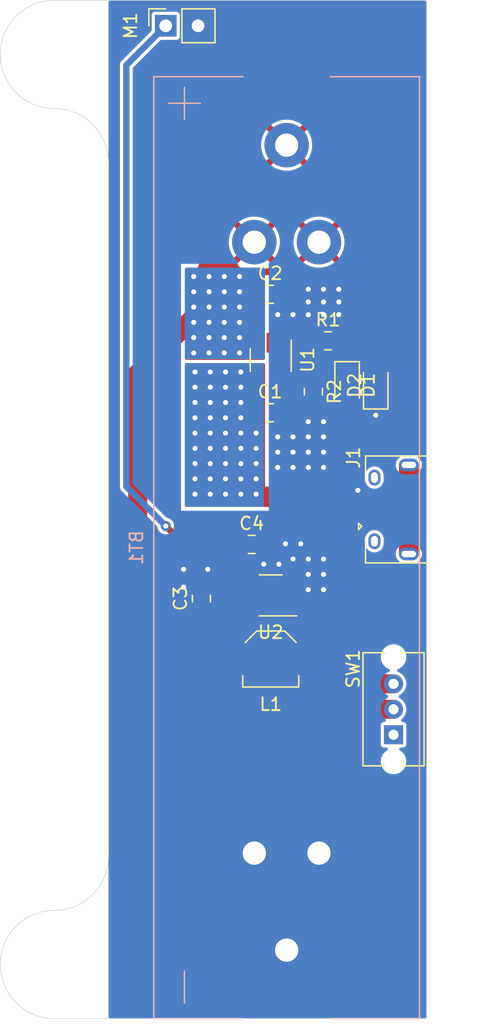
<source format=kicad_pcb>
(kicad_pcb (version 20171130) (host pcbnew 5.1.6)

  (general
    (thickness 1.6)
    (drawings 8)
    (tracks 147)
    (zones 0)
    (modules 17)
    (nets 14)
  )

  (page A4)
  (layers
    (0 F.Cu signal)
    (31 B.Cu signal)
    (32 B.Adhes user)
    (33 F.Adhes user)
    (34 B.Paste user)
    (35 F.Paste user)
    (36 B.SilkS user)
    (37 F.SilkS user)
    (38 B.Mask user)
    (39 F.Mask user)
    (40 Dwgs.User user)
    (41 Cmts.User user)
    (42 Eco1.User user)
    (43 Eco2.User user)
    (44 Edge.Cuts user)
    (45 Margin user)
    (46 B.CrtYd user)
    (47 F.CrtYd user)
    (48 B.Fab user)
    (49 F.Fab user)
  )

  (setup
    (last_trace_width 0.5)
    (user_trace_width 0.1)
    (user_trace_width 0.2)
    (user_trace_width 0.5)
    (user_trace_width 1.5)
    (trace_clearance 0.25)
    (zone_clearance 0)
    (zone_45_only no)
    (trace_min 0.1)
    (via_size 0.8)
    (via_drill 0.4)
    (via_min_size 0.45)
    (via_min_drill 0.2)
    (user_via 0.45 0.2)
    (user_via 0.8 0.4)
    (uvia_size 0.8)
    (uvia_drill 0.4)
    (uvias_allowed no)
    (uvia_min_size 0.2)
    (uvia_min_drill 0.1)
    (edge_width 0.05)
    (segment_width 0.2)
    (pcb_text_width 0.3)
    (pcb_text_size 1.5 1.5)
    (mod_edge_width 0.12)
    (mod_text_size 1 1)
    (mod_text_width 0.15)
    (pad_size 1.524 1.524)
    (pad_drill 0.762)
    (pad_to_mask_clearance 0)
    (solder_mask_min_width 0.1)
    (aux_axis_origin 0 0)
    (visible_elements FFFFFF7F)
    (pcbplotparams
      (layerselection 0x010fc_ffffffff)
      (usegerberextensions false)
      (usegerberattributes true)
      (usegerberadvancedattributes true)
      (creategerberjobfile true)
      (excludeedgelayer true)
      (linewidth 0.100000)
      (plotframeref false)
      (viasonmask false)
      (mode 1)
      (useauxorigin false)
      (hpglpennumber 1)
      (hpglpenspeed 20)
      (hpglpendiameter 15.000000)
      (psnegative false)
      (psa4output false)
      (plotreference true)
      (plotvalue true)
      (plotinvisibletext false)
      (padsonsilk false)
      (subtractmaskfromsilk false)
      (outputformat 1)
      (mirror false)
      (drillshape 1)
      (scaleselection 1)
      (outputdirectory ""))
  )

  (net 0 "")
  (net 1 VBAT)
  (net 2 GND)
  (net 3 "Net-(C1-Pad1)")
  (net 4 VBATSW)
  (net 5 +12V)
  (net 6 "Net-(D1-Pad1)")
  (net 7 "Net-(J1-Pad3)")
  (net 8 "Net-(J1-Pad4)")
  (net 9 "Net-(J1-Pad2)")
  (net 10 "Net-(L1-Pad2)")
  (net 11 "Net-(R1-Pad1)")
  (net 12 "Net-(R2-Pad1)")
  (net 13 "Net-(SW1-Pad1)")

  (net_class Default "This is the default net class."
    (clearance 0.25)
    (trace_width 0.25)
    (via_dia 0.8)
    (via_drill 0.4)
    (uvia_dia 0.8)
    (uvia_drill 0.4)
    (diff_pair_width 0.25)
    (diff_pair_gap 0.25)
    (add_net +12V)
    (add_net GND)
    (add_net "Net-(C1-Pad1)")
    (add_net "Net-(D1-Pad1)")
    (add_net "Net-(J1-Pad2)")
    (add_net "Net-(J1-Pad3)")
    (add_net "Net-(J1-Pad4)")
    (add_net "Net-(L1-Pad2)")
    (add_net "Net-(R1-Pad1)")
    (add_net "Net-(R2-Pad1)")
    (add_net "Net-(SW1-Pad1)")
    (add_net VBAT)
    (add_net VBATSW)
  )

  (net_class Min ""
    (clearance 0.1)
    (trace_width 0.1)
    (via_dia 0.45)
    (via_drill 0.2)
    (uvia_dia 0.45)
    (uvia_drill 0.2)
    (diff_pair_width 0.12)
    (diff_pair_gap 0.12)
  )

  (module solder-snorter:BatteryHolder_Keystone_54_1x18650 (layer B.Cu) (tedit 5EC15D53) (tstamp 5EC1B48F)
    (at 155.5 118.5 270)
    (descr "Battery holder for 18650 cylindrical cells http://www.keyelco.com/product.cfm/product_id/918")
    (tags "18650 Keystone 1042 Li-ion")
    (path /5EBAD3B9)
    (attr smd)
    (fp_text reference BT1 (at 0 11.8 90) (layer B.SilkS)
      (effects (font (size 1 1) (thickness 0.15)) (justify mirror))
    )
    (fp_text value Battery_Cell (at 0.1 -12.3 90) (layer B.Fab)
      (effects (font (size 1 1) (thickness 0.15)) (justify mirror))
    )
    (fp_line (start -34.912 6.782) (end -34.912 9.282) (layer B.SilkS) (width 0.12))
    (fp_line (start -36.162 8.032) (end -33.662 8.032) (layer B.SilkS) (width 0.12))
    (fp_line (start -37.4 10.83) (end -37.4 -10.83) (layer B.CrtYd) (width 0.05))
    (fp_line (start 37.4 10.83) (end 37.4 -10.83) (layer B.CrtYd) (width 0.05))
    (fp_line (start -37.4 10.83) (end 37.4 10.83) (layer B.CrtYd) (width 0.05))
    (fp_line (start -37.4 -10.83) (end 37.4 -10.83) (layer B.CrtYd) (width 0.05))
    (fp_line (start 35.774 8.032) (end 33.274 8.032) (layer B.SilkS) (width 0.12))
    (fp_line (start 37 3.44) (end 37 10.42) (layer B.SilkS) (width 0.12))
    (fp_line (start 37 10.44) (end -37 10.44) (layer B.SilkS) (width 0.12))
    (fp_line (start -37 10.44) (end -37 3.44) (layer B.SilkS) (width 0.12))
    (fp_line (start 37 -3.44) (end 37 -10.44) (layer B.SilkS) (width 0.12))
    (fp_line (start 37 -10.44) (end -37 -10.44) (layer B.SilkS) (width 0.12))
    (fp_line (start -37 -10.44) (end -37 -3.44) (layer B.SilkS) (width 0.12))
    (fp_line (start 22.22 8) (end 22.22 -8) (layer B.Fab) (width 0.12))
    (fp_line (start 22.22 -8) (end 31.74 -8) (layer B.Fab) (width 0.12))
    (fp_line (start 31.74 -8) (end 31.74 8) (layer B.Fab) (width 0.12))
    (fp_line (start 31.74 8) (end 22.22 8) (layer B.Fab) (width 0.12))
    (fp_line (start 31.74 4.445) (end 35.34 4.445) (layer B.Fab) (width 0.12))
    (fp_line (start 35.34 4.445) (end 35.34 -4.445) (layer B.Fab) (width 0.12))
    (fp_line (start 35.34 -4.445) (end 31.74 -4.445) (layer B.Fab) (width 0.12))
    (fp_line (start -31.74 8) (end -22.22 8) (layer B.Fab) (width 0.12))
    (fp_line (start -22.22 -8) (end -31.74 -8) (layer B.Fab) (width 0.12))
    (fp_line (start -35.34 -4.445) (end -31.74 -4.445) (layer B.Fab) (width 0.12))
    (fp_line (start -31.74 4.445) (end -35.34 4.445) (layer B.Fab) (width 0.12))
    (fp_line (start -35.34 4.445) (end -35.34 -4.445) (layer B.Fab) (width 0.12))
    (fp_line (start -31.74 -8) (end -31.74 8) (layer B.Fab) (width 0.12))
    (fp_line (start -22.22 8) (end -22.22 -8) (layer B.Fab) (width 0.12))
    (fp_text user %R (at 0 0 90) (layer B.Fab)
      (effects (font (size 1 1) (thickness 0.15)) (justify mirror))
    )
    (pad 2 thru_hole circle (at 24 2.54 270) (size 3.5 3.5) (drill 1.83) (layers *.Cu *.Mask)
      (net 2 GND))
    (pad 2 thru_hole circle (at 24 -2.54 270) (size 3.5 3.5) (drill 1.83) (layers *.Cu *.Mask)
      (net 2 GND))
    (pad 1 thru_hole circle (at -24 2.54 270) (size 3.5 3.5) (drill 1.83) (layers *.Cu *.Mask)
      (net 1 VBAT))
    (pad 1 thru_hole circle (at -24 -2.54 270) (size 3.5 3.5) (drill 1.83) (layers *.Cu *.Mask)
      (net 1 VBAT))
    (pad 2 thru_hole circle (at 31.62 0 270) (size 3.5 3.5) (drill 1.83) (layers *.Cu *.Mask)
      (net 2 GND))
    (pad 1 thru_hole circle (at -31.62 0 270) (size 3.5 3.5) (drill 1.83) (layers *.Cu *.Mask)
      (net 1 VBAT))
    (model ${KISYS3DMOD}/Battery.3dshapes/BatteryHolder_Keystone_1042_1x18650.wrl
      (at (xyz 0 0 0))
      (scale (xyz 1 1 1))
      (rotate (xyz 0 0 0))
    )
  )

  (module MountingHole:MountingHole_4.3mm_M4_DIN965 (layer F.Cu) (tedit 56D1B4CB) (tstamp 5EC1C748)
    (at 137.25 79.75 90)
    (descr "Mounting Hole 4.3mm, no annular, M4, DIN965")
    (tags "mounting hole 4.3mm no annular m4 din965")
    (attr virtual)
    (fp_text reference REF** (at 0 -4.75 90) (layer F.SilkS) hide
      (effects (font (size 1 1) (thickness 0.15)))
    )
    (fp_text value MountingHole_4.3mm_M4_DIN965 (at 0 4.75 90) (layer F.Fab) hide
      (effects (font (size 1 1) (thickness 0.15)))
    )
    (fp_circle (center 0 0) (end 3.75 0) (layer Cmts.User) (width 0.15))
    (fp_circle (center 0 0) (end 4 0) (layer F.CrtYd) (width 0.05))
    (fp_text user %R (at 0.3 0 90) (layer F.Fab) hide
      (effects (font (size 1 1) (thickness 0.15)))
    )
    (pad 1 np_thru_hole circle (at 0 0 90) (size 4.3 4.3) (drill 4.3) (layers *.Cu *.Mask))
  )

  (module MountingHole:MountingHole_4.3mm_M4_DIN965 (layer F.Cu) (tedit 56D1B4CB) (tstamp 5EC1C73B)
    (at 137.25 151.25 90)
    (descr "Mounting Hole 4.3mm, no annular, M4, DIN965")
    (tags "mounting hole 4.3mm no annular m4 din965")
    (attr virtual)
    (fp_text reference REF** (at 0 -4.75 90) (layer F.SilkS) hide
      (effects (font (size 1 1) (thickness 0.15)))
    )
    (fp_text value MountingHole_4.3mm_M4_DIN965 (at 0 4.75 90) (layer F.Fab) hide
      (effects (font (size 1 1) (thickness 0.15)))
    )
    (fp_circle (center 0 0) (end 4 0) (layer F.CrtYd) (width 0.05))
    (fp_circle (center 0 0) (end 3.75 0) (layer Cmts.User) (width 0.15))
    (fp_text user %R (at 0.3 0 90) (layer F.Fab) hide
      (effects (font (size 1 1) (thickness 0.15)))
    )
    (pad 1 np_thru_hole circle (at 0 0 90) (size 4.3 4.3) (drill 4.3) (layers *.Cu *.Mask))
  )

  (module Capacitor_SMD:C_0805_2012Metric_Pad1.15x1.40mm_HandSolder (layer F.Cu) (tedit 5B36C52B) (tstamp 5EC1D944)
    (at 154.2 107.9)
    (descr "Capacitor SMD 0805 (2012 Metric), square (rectangular) end terminal, IPC_7351 nominal with elongated pad for handsoldering. (Body size source: https://docs.google.com/spreadsheets/d/1BsfQQcO9C6DZCsRaXUlFlo91Tg2WpOkGARC1WS5S8t0/edit?usp=sharing), generated with kicad-footprint-generator")
    (tags "capacitor handsolder")
    (path /5EBABA0D)
    (attr smd)
    (fp_text reference C1 (at 0 -1.65) (layer F.SilkS)
      (effects (font (size 1 1) (thickness 0.15)))
    )
    (fp_text value 4.7U (at 0 1.65) (layer F.Fab)
      (effects (font (size 1 1) (thickness 0.15)))
    )
    (fp_line (start -1 0.6) (end -1 -0.6) (layer F.Fab) (width 0.1))
    (fp_line (start -1 -0.6) (end 1 -0.6) (layer F.Fab) (width 0.1))
    (fp_line (start 1 -0.6) (end 1 0.6) (layer F.Fab) (width 0.1))
    (fp_line (start 1 0.6) (end -1 0.6) (layer F.Fab) (width 0.1))
    (fp_line (start -0.261252 -0.71) (end 0.261252 -0.71) (layer F.SilkS) (width 0.12))
    (fp_line (start -0.261252 0.71) (end 0.261252 0.71) (layer F.SilkS) (width 0.12))
    (fp_line (start -1.85 0.95) (end -1.85 -0.95) (layer F.CrtYd) (width 0.05))
    (fp_line (start -1.85 -0.95) (end 1.85 -0.95) (layer F.CrtYd) (width 0.05))
    (fp_line (start 1.85 -0.95) (end 1.85 0.95) (layer F.CrtYd) (width 0.05))
    (fp_line (start 1.85 0.95) (end -1.85 0.95) (layer F.CrtYd) (width 0.05))
    (fp_text user %R (at 0 0) (layer F.Fab)
      (effects (font (size 0.5 0.5) (thickness 0.08)))
    )
    (pad 1 smd roundrect (at -1.025 0) (size 1.15 1.4) (layers F.Cu F.Paste F.Mask) (roundrect_rratio 0.217391)
      (net 3 "Net-(C1-Pad1)"))
    (pad 2 smd roundrect (at 1.025 0) (size 1.15 1.4) (layers F.Cu F.Paste F.Mask) (roundrect_rratio 0.217391)
      (net 2 GND))
    (model ${KISYS3DMOD}/Capacitor_SMD.3dshapes/C_0805_2012Metric.wrl
      (at (xyz 0 0 0))
      (scale (xyz 1 1 1))
      (rotate (xyz 0 0 0))
    )
  )

  (module Capacitor_SMD:C_0805_2012Metric_Pad1.15x1.40mm_HandSolder (layer F.Cu) (tedit 5B36C52B) (tstamp 5EC1DA88)
    (at 154.2 98.6)
    (descr "Capacitor SMD 0805 (2012 Metric), square (rectangular) end terminal, IPC_7351 nominal with elongated pad for handsoldering. (Body size source: https://docs.google.com/spreadsheets/d/1BsfQQcO9C6DZCsRaXUlFlo91Tg2WpOkGARC1WS5S8t0/edit?usp=sharing), generated with kicad-footprint-generator")
    (tags "capacitor handsolder")
    (path /5EBC0AFF)
    (attr smd)
    (fp_text reference C2 (at 0 -1.65) (layer F.SilkS)
      (effects (font (size 1 1) (thickness 0.15)))
    )
    (fp_text value 4.7U (at 0 1.65) (layer F.Fab)
      (effects (font (size 1 1) (thickness 0.15)))
    )
    (fp_line (start 1.85 0.95) (end -1.85 0.95) (layer F.CrtYd) (width 0.05))
    (fp_line (start 1.85 -0.95) (end 1.85 0.95) (layer F.CrtYd) (width 0.05))
    (fp_line (start -1.85 -0.95) (end 1.85 -0.95) (layer F.CrtYd) (width 0.05))
    (fp_line (start -1.85 0.95) (end -1.85 -0.95) (layer F.CrtYd) (width 0.05))
    (fp_line (start -0.261252 0.71) (end 0.261252 0.71) (layer F.SilkS) (width 0.12))
    (fp_line (start -0.261252 -0.71) (end 0.261252 -0.71) (layer F.SilkS) (width 0.12))
    (fp_line (start 1 0.6) (end -1 0.6) (layer F.Fab) (width 0.1))
    (fp_line (start 1 -0.6) (end 1 0.6) (layer F.Fab) (width 0.1))
    (fp_line (start -1 -0.6) (end 1 -0.6) (layer F.Fab) (width 0.1))
    (fp_line (start -1 0.6) (end -1 -0.6) (layer F.Fab) (width 0.1))
    (fp_text user %R (at 0 0) (layer F.Fab)
      (effects (font (size 0.5 0.5) (thickness 0.08)))
    )
    (pad 2 smd roundrect (at 1.025 0) (size 1.15 1.4) (layers F.Cu F.Paste F.Mask) (roundrect_rratio 0.217391)
      (net 2 GND))
    (pad 1 smd roundrect (at -1.025 0) (size 1.15 1.4) (layers F.Cu F.Paste F.Mask) (roundrect_rratio 0.217391)
      (net 1 VBAT))
    (model ${KISYS3DMOD}/Capacitor_SMD.3dshapes/C_0805_2012Metric.wrl
      (at (xyz 0 0 0))
      (scale (xyz 1 1 1))
      (rotate (xyz 0 0 0))
    )
  )

  (module Capacitor_SMD:C_0805_2012Metric_Pad1.15x1.40mm_HandSolder (layer F.Cu) (tedit 5B36C52B) (tstamp 5EC1DF14)
    (at 148.8 122.5 90)
    (descr "Capacitor SMD 0805 (2012 Metric), square (rectangular) end terminal, IPC_7351 nominal with elongated pad for handsoldering. (Body size source: https://docs.google.com/spreadsheets/d/1BsfQQcO9C6DZCsRaXUlFlo91Tg2WpOkGARC1WS5S8t0/edit?usp=sharing), generated with kicad-footprint-generator")
    (tags "capacitor handsolder")
    (path /5EBD521D)
    (attr smd)
    (fp_text reference C3 (at 0 -1.65 90) (layer F.SilkS)
      (effects (font (size 1 1) (thickness 0.15)))
    )
    (fp_text value 2.2U (at 0 1.65 90) (layer F.Fab)
      (effects (font (size 1 1) (thickness 0.15)))
    )
    (fp_line (start -1 0.6) (end -1 -0.6) (layer F.Fab) (width 0.1))
    (fp_line (start -1 -0.6) (end 1 -0.6) (layer F.Fab) (width 0.1))
    (fp_line (start 1 -0.6) (end 1 0.6) (layer F.Fab) (width 0.1))
    (fp_line (start 1 0.6) (end -1 0.6) (layer F.Fab) (width 0.1))
    (fp_line (start -0.261252 -0.71) (end 0.261252 -0.71) (layer F.SilkS) (width 0.12))
    (fp_line (start -0.261252 0.71) (end 0.261252 0.71) (layer F.SilkS) (width 0.12))
    (fp_line (start -1.85 0.95) (end -1.85 -0.95) (layer F.CrtYd) (width 0.05))
    (fp_line (start -1.85 -0.95) (end 1.85 -0.95) (layer F.CrtYd) (width 0.05))
    (fp_line (start 1.85 -0.95) (end 1.85 0.95) (layer F.CrtYd) (width 0.05))
    (fp_line (start 1.85 0.95) (end -1.85 0.95) (layer F.CrtYd) (width 0.05))
    (fp_text user %R (at 0 0 90) (layer F.Fab)
      (effects (font (size 0.5 0.5) (thickness 0.08)))
    )
    (pad 1 smd roundrect (at -1.025 0 90) (size 1.15 1.4) (layers F.Cu F.Paste F.Mask) (roundrect_rratio 0.217391)
      (net 4 VBATSW))
    (pad 2 smd roundrect (at 1.025 0 90) (size 1.15 1.4) (layers F.Cu F.Paste F.Mask) (roundrect_rratio 0.217391)
      (net 2 GND))
    (model ${KISYS3DMOD}/Capacitor_SMD.3dshapes/C_0805_2012Metric.wrl
      (at (xyz 0 0 0))
      (scale (xyz 1 1 1))
      (rotate (xyz 0 0 0))
    )
  )

  (module Capacitor_SMD:C_0805_2012Metric_Pad1.15x1.40mm_HandSolder (layer F.Cu) (tedit 5B36C52B) (tstamp 5EC1B4D3)
    (at 152.75 118.25)
    (descr "Capacitor SMD 0805 (2012 Metric), square (rectangular) end terminal, IPC_7351 nominal with elongated pad for handsoldering. (Body size source: https://docs.google.com/spreadsheets/d/1BsfQQcO9C6DZCsRaXUlFlo91Tg2WpOkGARC1WS5S8t0/edit?usp=sharing), generated with kicad-footprint-generator")
    (tags "capacitor handsolder")
    (path /5EBD5551)
    (attr smd)
    (fp_text reference C4 (at 0 -1.65) (layer F.SilkS)
      (effects (font (size 1 1) (thickness 0.15)))
    )
    (fp_text value 10U (at 0 1.65) (layer F.Fab)
      (effects (font (size 1 1) (thickness 0.15)))
    )
    (fp_line (start 1.85 0.95) (end -1.85 0.95) (layer F.CrtYd) (width 0.05))
    (fp_line (start 1.85 -0.95) (end 1.85 0.95) (layer F.CrtYd) (width 0.05))
    (fp_line (start -1.85 -0.95) (end 1.85 -0.95) (layer F.CrtYd) (width 0.05))
    (fp_line (start -1.85 0.95) (end -1.85 -0.95) (layer F.CrtYd) (width 0.05))
    (fp_line (start -0.261252 0.71) (end 0.261252 0.71) (layer F.SilkS) (width 0.12))
    (fp_line (start -0.261252 -0.71) (end 0.261252 -0.71) (layer F.SilkS) (width 0.12))
    (fp_line (start 1 0.6) (end -1 0.6) (layer F.Fab) (width 0.1))
    (fp_line (start 1 -0.6) (end 1 0.6) (layer F.Fab) (width 0.1))
    (fp_line (start -1 -0.6) (end 1 -0.6) (layer F.Fab) (width 0.1))
    (fp_line (start -1 0.6) (end -1 -0.6) (layer F.Fab) (width 0.1))
    (fp_text user %R (at 0 0) (layer F.Fab)
      (effects (font (size 0.5 0.5) (thickness 0.08)))
    )
    (pad 2 smd roundrect (at 1.025 0) (size 1.15 1.4) (layers F.Cu F.Paste F.Mask) (roundrect_rratio 0.217391)
      (net 2 GND))
    (pad 1 smd roundrect (at -1.025 0) (size 1.15 1.4) (layers F.Cu F.Paste F.Mask) (roundrect_rratio 0.217391)
      (net 5 +12V))
    (model ${KISYS3DMOD}/Capacitor_SMD.3dshapes/C_0805_2012Metric.wrl
      (at (xyz 0 0 0))
      (scale (xyz 1 1 1))
      (rotate (xyz 0 0 0))
    )
  )

  (module LED_SMD:LED_0805_2012Metric_Pad1.15x1.40mm_HandSolder (layer F.Cu) (tedit 5B4B45C9) (tstamp 5EC1B4E6)
    (at 160.25 105.75 270)
    (descr "LED SMD 0805 (2012 Metric), square (rectangular) end terminal, IPC_7351 nominal, (Body size source: https://docs.google.com/spreadsheets/d/1BsfQQcO9C6DZCsRaXUlFlo91Tg2WpOkGARC1WS5S8t0/edit?usp=sharing), generated with kicad-footprint-generator")
    (tags "LED handsolder")
    (path /5EBB3A5D)
    (attr smd)
    (fp_text reference D1 (at 0 -1.65 90) (layer F.SilkS)
      (effects (font (size 1 1) (thickness 0.15)))
    )
    (fp_text value LED (at 0 1.65 90) (layer F.Fab)
      (effects (font (size 1 1) (thickness 0.15)))
    )
    (fp_line (start 1 -0.6) (end -0.7 -0.6) (layer F.Fab) (width 0.1))
    (fp_line (start -0.7 -0.6) (end -1 -0.3) (layer F.Fab) (width 0.1))
    (fp_line (start -1 -0.3) (end -1 0.6) (layer F.Fab) (width 0.1))
    (fp_line (start -1 0.6) (end 1 0.6) (layer F.Fab) (width 0.1))
    (fp_line (start 1 0.6) (end 1 -0.6) (layer F.Fab) (width 0.1))
    (fp_line (start 1 -0.96) (end -1.86 -0.96) (layer F.SilkS) (width 0.12))
    (fp_line (start -1.86 -0.96) (end -1.86 0.96) (layer F.SilkS) (width 0.12))
    (fp_line (start -1.86 0.96) (end 1 0.96) (layer F.SilkS) (width 0.12))
    (fp_line (start -1.85 0.95) (end -1.85 -0.95) (layer F.CrtYd) (width 0.05))
    (fp_line (start -1.85 -0.95) (end 1.85 -0.95) (layer F.CrtYd) (width 0.05))
    (fp_line (start 1.85 -0.95) (end 1.85 0.95) (layer F.CrtYd) (width 0.05))
    (fp_line (start 1.85 0.95) (end -1.85 0.95) (layer F.CrtYd) (width 0.05))
    (fp_text user %R (at 0 0 90) (layer F.Fab)
      (effects (font (size 0.5 0.5) (thickness 0.08)))
    )
    (pad 1 smd roundrect (at -1.025 0 270) (size 1.15 1.4) (layers F.Cu F.Paste F.Mask) (roundrect_rratio 0.217391)
      (net 6 "Net-(D1-Pad1)"))
    (pad 2 smd roundrect (at 1.025 0 270) (size 1.15 1.4) (layers F.Cu F.Paste F.Mask) (roundrect_rratio 0.217391)
      (net 3 "Net-(C1-Pad1)"))
    (model ${KISYS3DMOD}/LED_SMD.3dshapes/LED_0805_2012Metric.wrl
      (at (xyz 0 0 0))
      (scale (xyz 1 1 1))
      (rotate (xyz 0 0 0))
    )
  )

  (module LED_SMD:LED_0805_2012Metric_Pad1.15x1.40mm_HandSolder (layer F.Cu) (tedit 5B4B45C9) (tstamp 5EC1B4F9)
    (at 162.5 105.75 90)
    (descr "LED SMD 0805 (2012 Metric), square (rectangular) end terminal, IPC_7351 nominal, (Body size source: https://docs.google.com/spreadsheets/d/1BsfQQcO9C6DZCsRaXUlFlo91Tg2WpOkGARC1WS5S8t0/edit?usp=sharing), generated with kicad-footprint-generator")
    (tags "LED handsolder")
    (path /5EBB48F6)
    (attr smd)
    (fp_text reference D2 (at 0 -1.65 90) (layer F.SilkS)
      (effects (font (size 1 1) (thickness 0.15)))
    )
    (fp_text value LED (at 0 1.65 90) (layer F.Fab)
      (effects (font (size 1 1) (thickness 0.15)))
    )
    (fp_line (start 1.85 0.95) (end -1.85 0.95) (layer F.CrtYd) (width 0.05))
    (fp_line (start 1.85 -0.95) (end 1.85 0.95) (layer F.CrtYd) (width 0.05))
    (fp_line (start -1.85 -0.95) (end 1.85 -0.95) (layer F.CrtYd) (width 0.05))
    (fp_line (start -1.85 0.95) (end -1.85 -0.95) (layer F.CrtYd) (width 0.05))
    (fp_line (start -1.86 0.96) (end 1 0.96) (layer F.SilkS) (width 0.12))
    (fp_line (start -1.86 -0.96) (end -1.86 0.96) (layer F.SilkS) (width 0.12))
    (fp_line (start 1 -0.96) (end -1.86 -0.96) (layer F.SilkS) (width 0.12))
    (fp_line (start 1 0.6) (end 1 -0.6) (layer F.Fab) (width 0.1))
    (fp_line (start -1 0.6) (end 1 0.6) (layer F.Fab) (width 0.1))
    (fp_line (start -1 -0.3) (end -1 0.6) (layer F.Fab) (width 0.1))
    (fp_line (start -0.7 -0.6) (end -1 -0.3) (layer F.Fab) (width 0.1))
    (fp_line (start 1 -0.6) (end -0.7 -0.6) (layer F.Fab) (width 0.1))
    (fp_text user %R (at 0 0 90) (layer F.Fab)
      (effects (font (size 0.5 0.5) (thickness 0.08)))
    )
    (pad 2 smd roundrect (at 1.025 0 90) (size 1.15 1.4) (layers F.Cu F.Paste F.Mask) (roundrect_rratio 0.217391)
      (net 6 "Net-(D1-Pad1)"))
    (pad 1 smd roundrect (at -1.025 0 90) (size 1.15 1.4) (layers F.Cu F.Paste F.Mask) (roundrect_rratio 0.217391)
      (net 2 GND))
    (model ${KISYS3DMOD}/LED_SMD.3dshapes/LED_0805_2012Metric.wrl
      (at (xyz 0 0 0))
      (scale (xyz 1 1 1))
      (rotate (xyz 0 0 0))
    )
  )

  (module solder-snorter:USB_Micro-B_Amphenol_10118194-0001LF (layer F.Cu) (tedit 5EC12C69) (tstamp 5EC1C7D5)
    (at 162.4 115.5 90)
    (path /5EBA959A)
    (fp_text reference J1 (at 4.064 -1.651 90) (layer F.SilkS)
      (effects (font (size 1 1) (thickness 0.15)))
    )
    (fp_text value USB_B_Micro (at 0 6.35 90) (layer F.Fab)
      (effects (font (size 1 1) (thickness 0.15)))
    )
    (fp_line (start 4.3815 -0.889) (end -4.3815 -0.889) (layer F.CrtYd) (width 0.05))
    (fp_line (start 4.3815 5.588) (end 4.3815 -0.889) (layer F.CrtYd) (width 0.05))
    (fp_line (start -4.3815 5.588) (end 4.3815 5.588) (layer F.CrtYd) (width 0.05))
    (fp_line (start -4.3815 -0.889) (end -4.3815 5.588) (layer F.CrtYd) (width 0.05))
    (fp_line (start 3.7 5.38) (end -3.7 5.38) (layer F.Fab) (width 0.12))
    (fp_line (start 3.7 -0.275) (end 3.7 5.38) (layer F.Fab) (width 0.12))
    (fp_line (start -3.7 -0.275) (end 3.7 -0.275) (layer F.Fab) (width 0.12))
    (fp_line (start -3.7 5.38) (end -3.7 -0.275) (layer F.Fab) (width 0.12))
    (fp_line (start -4.2 4.15) (end -4.2 -0.7) (layer F.SilkS) (width 0.12))
    (fp_line (start -4.2 -0.7) (end -2.2 -0.7) (layer F.SilkS) (width 0.12))
    (fp_line (start 4.2 4.15) (end 4.2 -0.7) (layer F.SilkS) (width 0.12))
    (fp_line (start 4.2 -0.7) (end 2.2 -0.7) (layer F.SilkS) (width 0.12))
    (fp_line (start -1.33 -0.996) (end -1.076 -1.25) (layer F.SilkS) (width 0.12))
    (fp_line (start -1.076 -1.25) (end -1.584 -1.25) (layer F.SilkS) (width 0.12))
    (fp_line (start -1.584 -1.25) (end -1.33 -0.996) (layer F.SilkS) (width 0.12))
    (fp_line (start -2.324 4.15) (end -1.816 4.15) (layer F.Fab) (width 0.12))
    (fp_line (start -1.308 4.15) (end -0.8 4.15) (layer F.Fab) (width 0.12))
    (fp_line (start -0.292 4.15) (end 0.216 4.15) (layer F.Fab) (width 0.12))
    (fp_line (start 0.724 4.15) (end 1.232 4.15) (layer F.Fab) (width 0.12))
    (fp_line (start 1.74 4.15) (end 2.248 4.15) (layer F.Fab) (width 0.12))
    (fp_text user "PCB EDGE" (at 0 3.81 90) (layer F.Fab)
      (effects (font (size 0.375 0.375) (thickness 0.075)))
    )
    (pad 3 smd rect (at 0 0 90) (size 0.4 1.35) (layers F.Cu F.Paste F.Mask)
      (net 7 "Net-(J1-Pad3)"))
    (pad 4 smd rect (at 0.65 0 90) (size 0.4 1.35) (layers F.Cu F.Paste F.Mask)
      (net 8 "Net-(J1-Pad4)"))
    (pad 5 smd rect (at 1.3 0 90) (size 0.4 1.35) (layers F.Cu F.Paste F.Mask)
      (net 2 GND))
    (pad 2 smd rect (at -0.65 0 90) (size 0.4 1.35) (layers F.Cu F.Paste F.Mask)
      (net 9 "Net-(J1-Pad2)"))
    (pad 1 smd rect (at -1.3 0 90) (size 0.4 1.35) (layers F.Cu F.Paste F.Mask)
      (net 3 "Net-(C1-Pad1)"))
    (pad "" smd rect (at 1 2.7 90) (size 1.5 1.55) (layers F.Cu F.Paste F.Mask))
    (pad "" smd rect (at -1 2.7 90) (size 1.5 1.55) (layers F.Cu F.Paste F.Mask))
    (pad "" thru_hole roundrect (at 2.5 0 90) (size 1.25 0.95) (drill oval 0.85 0.55) (layers *.Cu *.Mask) (roundrect_rratio 0.5))
    (pad "" thru_hole roundrect (at -2.5 0 90) (size 1.25 0.95) (drill oval 0.85 0.55) (layers *.Cu *.Mask) (roundrect_rratio 0.5))
    (pad "" thru_hole roundrect (at 3.5 2.7 90) (size 1 1.55) (drill oval 0.5 1.15) (layers *.Cu *.Mask) (roundrect_rratio 0.5)
      (zone_connect 0))
    (pad "" thru_hole roundrect (at -3.5 2.7 90) (size 1 1.55) (drill oval 0.5 1.15) (layers *.Cu *.Mask) (roundrect_rratio 0.5)
      (zone_connect 0))
    (pad "" smd rect (at 2.9 2.7 90) (size 1.2 1.55) (layers F.Cu F.Paste F.Mask)
      (zone_connect 0))
    (pad "" smd rect (at -2.9 2.7 90) (size 1.2 1.55) (layers F.Cu F.Paste F.Mask)
      (zone_connect 0))
  )

  (module solder-snorter:L_Murata_FDSD0420-H-100M (layer F.Cu) (tedit 5EC12A9A) (tstamp 5EC1B535)
    (at 154.25 127.25)
    (path /5EBD4742)
    (fp_text reference L1 (at 0 3.556) (layer F.SilkS)
      (effects (font (size 1 1) (thickness 0.15)))
    )
    (fp_text value 10U (at 0 -3.556) (layer F.Fab)
      (effects (font (size 1 1) (thickness 0.15)))
    )
    (fp_line (start 2.1 2.1) (end -2.1 2.1) (layer F.Fab) (width 0.12))
    (fp_line (start 2.1 -1) (end 2.1 2.1) (layer F.Fab) (width 0.12))
    (fp_line (start 1 -2.1) (end 2.1 -1) (layer F.Fab) (width 0.12))
    (fp_line (start -1 -2.1) (end 1 -2.1) (layer F.Fab) (width 0.12))
    (fp_line (start -2.1 -1) (end -1 -2.1) (layer F.Fab) (width 0.12))
    (fp_line (start -2.1 2.1) (end -2.1 -1) (layer F.Fab) (width 0.12))
    (fp_line (start -2.8 2.8) (end -2.8 -2.8) (layer F.CrtYd) (width 0.05))
    (fp_line (start -2.8 -2.8) (end 2.8 -2.8) (layer F.CrtYd) (width 0.05))
    (fp_line (start 2.8 -2.8) (end 2.8 2.8) (layer F.CrtYd) (width 0.05))
    (fp_line (start 2.8 2.8) (end -2.8 2.8) (layer F.CrtYd) (width 0.05))
    (fp_line (start -2.2 1.3) (end -2.2 2.2) (layer F.SilkS) (width 0.12))
    (fp_line (start -2.2 2.2) (end 2.2 2.2) (layer F.SilkS) (width 0.12))
    (fp_line (start 2.2 2.2) (end 2.2 1.3) (layer F.SilkS) (width 0.12))
    (fp_line (start 2 -1.3) (end 1.1 -2.2) (layer F.SilkS) (width 0.12))
    (fp_line (start 1.1 -2.2) (end -1.1 -2.2) (layer F.SilkS) (width 0.12))
    (fp_line (start -1.1 -2.2) (end -2 -1.3) (layer F.SilkS) (width 0.12))
    (pad 1 smd rect (at -1.8 0) (size 1.8 2.4) (layers F.Cu F.Paste F.Mask)
      (net 4 VBATSW))
    (pad 2 smd rect (at 1.8 0) (size 1.8 2.4) (layers F.Cu F.Paste F.Mask)
      (net 10 "Net-(L1-Pad2)"))
  )

  (module Connector_PinSocket_2.54mm:PinSocket_1x02_P2.54mm_Vertical (layer F.Cu) (tedit 5A19A420) (tstamp 5EC1B54B)
    (at 146 77.5 90)
    (descr "Through hole straight socket strip, 1x02, 2.54mm pitch, single row (from Kicad 4.0.7), script generated")
    (tags "Through hole socket strip THT 1x02 2.54mm single row")
    (path /5EBFB7AC)
    (fp_text reference M1 (at 0 -2.77 90) (layer F.SilkS)
      (effects (font (size 1 1) (thickness 0.15)))
    )
    (fp_text value Fan (at 0 5.31 90) (layer F.Fab)
      (effects (font (size 1 1) (thickness 0.15)))
    )
    (fp_line (start -1.27 -1.27) (end 0.635 -1.27) (layer F.Fab) (width 0.1))
    (fp_line (start 0.635 -1.27) (end 1.27 -0.635) (layer F.Fab) (width 0.1))
    (fp_line (start 1.27 -0.635) (end 1.27 3.81) (layer F.Fab) (width 0.1))
    (fp_line (start 1.27 3.81) (end -1.27 3.81) (layer F.Fab) (width 0.1))
    (fp_line (start -1.27 3.81) (end -1.27 -1.27) (layer F.Fab) (width 0.1))
    (fp_line (start -1.33 1.27) (end 1.33 1.27) (layer F.SilkS) (width 0.12))
    (fp_line (start -1.33 1.27) (end -1.33 3.87) (layer F.SilkS) (width 0.12))
    (fp_line (start -1.33 3.87) (end 1.33 3.87) (layer F.SilkS) (width 0.12))
    (fp_line (start 1.33 1.27) (end 1.33 3.87) (layer F.SilkS) (width 0.12))
    (fp_line (start 1.33 -1.33) (end 1.33 0) (layer F.SilkS) (width 0.12))
    (fp_line (start 0 -1.33) (end 1.33 -1.33) (layer F.SilkS) (width 0.12))
    (fp_line (start -1.8 -1.8) (end 1.75 -1.8) (layer F.CrtYd) (width 0.05))
    (fp_line (start 1.75 -1.8) (end 1.75 4.3) (layer F.CrtYd) (width 0.05))
    (fp_line (start 1.75 4.3) (end -1.8 4.3) (layer F.CrtYd) (width 0.05))
    (fp_line (start -1.8 4.3) (end -1.8 -1.8) (layer F.CrtYd) (width 0.05))
    (fp_text user %R (at 0 1.27) (layer F.Fab)
      (effects (font (size 1 1) (thickness 0.15)))
    )
    (pad 1 thru_hole rect (at 0 0 90) (size 1.7 1.7) (drill 1) (layers *.Cu *.Mask)
      (net 5 +12V))
    (pad 2 thru_hole oval (at 0 2.54 90) (size 1.7 1.7) (drill 1) (layers *.Cu *.Mask)
      (net 2 GND))
    (model ${KISYS3DMOD}/Connector_PinSocket_2.54mm.3dshapes/PinSocket_1x02_P2.54mm_Vertical.wrl
      (at (xyz 0 0 0))
      (scale (xyz 1 1 1))
      (rotate (xyz 0 0 0))
    )
  )

  (module Resistor_SMD:R_0805_2012Metric_Pad1.15x1.40mm_HandSolder (layer F.Cu) (tedit 5B36C52B) (tstamp 5EC1B55C)
    (at 158.75 102.25)
    (descr "Resistor SMD 0805 (2012 Metric), square (rectangular) end terminal, IPC_7351 nominal with elongated pad for handsoldering. (Body size source: https://docs.google.com/spreadsheets/d/1BsfQQcO9C6DZCsRaXUlFlo91Tg2WpOkGARC1WS5S8t0/edit?usp=sharing), generated with kicad-footprint-generator")
    (tags "resistor handsolder")
    (path /5EBB92B4)
    (attr smd)
    (fp_text reference R1 (at 0 -1.65) (layer F.SilkS)
      (effects (font (size 1 1) (thickness 0.15)))
    )
    (fp_text value 470 (at 0 1.65) (layer F.Fab)
      (effects (font (size 1 1) (thickness 0.15)))
    )
    (fp_line (start 1.85 0.95) (end -1.85 0.95) (layer F.CrtYd) (width 0.05))
    (fp_line (start 1.85 -0.95) (end 1.85 0.95) (layer F.CrtYd) (width 0.05))
    (fp_line (start -1.85 -0.95) (end 1.85 -0.95) (layer F.CrtYd) (width 0.05))
    (fp_line (start -1.85 0.95) (end -1.85 -0.95) (layer F.CrtYd) (width 0.05))
    (fp_line (start -0.261252 0.71) (end 0.261252 0.71) (layer F.SilkS) (width 0.12))
    (fp_line (start -0.261252 -0.71) (end 0.261252 -0.71) (layer F.SilkS) (width 0.12))
    (fp_line (start 1 0.6) (end -1 0.6) (layer F.Fab) (width 0.1))
    (fp_line (start 1 -0.6) (end 1 0.6) (layer F.Fab) (width 0.1))
    (fp_line (start -1 -0.6) (end 1 -0.6) (layer F.Fab) (width 0.1))
    (fp_line (start -1 0.6) (end -1 -0.6) (layer F.Fab) (width 0.1))
    (fp_text user %R (at 0 0) (layer F.Fab)
      (effects (font (size 0.5 0.5) (thickness 0.08)))
    )
    (pad 2 smd roundrect (at 1.025 0) (size 1.15 1.4) (layers F.Cu F.Paste F.Mask) (roundrect_rratio 0.217391)
      (net 6 "Net-(D1-Pad1)"))
    (pad 1 smd roundrect (at -1.025 0) (size 1.15 1.4) (layers F.Cu F.Paste F.Mask) (roundrect_rratio 0.217391)
      (net 11 "Net-(R1-Pad1)"))
    (model ${KISYS3DMOD}/Resistor_SMD.3dshapes/R_0805_2012Metric.wrl
      (at (xyz 0 0 0))
      (scale (xyz 1 1 1))
      (rotate (xyz 0 0 0))
    )
  )

  (module Resistor_SMD:R_0805_2012Metric_Pad1.15x1.40mm_HandSolder (layer F.Cu) (tedit 5B36C52B) (tstamp 5EC1D1F8)
    (at 157.6 106.25 270)
    (descr "Resistor SMD 0805 (2012 Metric), square (rectangular) end terminal, IPC_7351 nominal with elongated pad for handsoldering. (Body size source: https://docs.google.com/spreadsheets/d/1BsfQQcO9C6DZCsRaXUlFlo91Tg2WpOkGARC1WS5S8t0/edit?usp=sharing), generated with kicad-footprint-generator")
    (tags "resistor handsolder")
    (path /5EBB2916)
    (attr smd)
    (fp_text reference R2 (at 0 -1.65 90) (layer F.SilkS)
      (effects (font (size 1 1) (thickness 0.15)))
    )
    (fp_text value 2K (at 0 1.65 90) (layer F.Fab)
      (effects (font (size 1 1) (thickness 0.15)))
    )
    (fp_line (start -1 0.6) (end -1 -0.6) (layer F.Fab) (width 0.1))
    (fp_line (start -1 -0.6) (end 1 -0.6) (layer F.Fab) (width 0.1))
    (fp_line (start 1 -0.6) (end 1 0.6) (layer F.Fab) (width 0.1))
    (fp_line (start 1 0.6) (end -1 0.6) (layer F.Fab) (width 0.1))
    (fp_line (start -0.261252 -0.71) (end 0.261252 -0.71) (layer F.SilkS) (width 0.12))
    (fp_line (start -0.261252 0.71) (end 0.261252 0.71) (layer F.SilkS) (width 0.12))
    (fp_line (start -1.85 0.95) (end -1.85 -0.95) (layer F.CrtYd) (width 0.05))
    (fp_line (start -1.85 -0.95) (end 1.85 -0.95) (layer F.CrtYd) (width 0.05))
    (fp_line (start 1.85 -0.95) (end 1.85 0.95) (layer F.CrtYd) (width 0.05))
    (fp_line (start 1.85 0.95) (end -1.85 0.95) (layer F.CrtYd) (width 0.05))
    (fp_text user %R (at 0 0 90) (layer F.Fab)
      (effects (font (size 0.5 0.5) (thickness 0.08)))
    )
    (pad 1 smd roundrect (at -1.025 0 270) (size 1.15 1.4) (layers F.Cu F.Paste F.Mask) (roundrect_rratio 0.217391)
      (net 12 "Net-(R2-Pad1)"))
    (pad 2 smd roundrect (at 1.025 0 270) (size 1.15 1.4) (layers F.Cu F.Paste F.Mask) (roundrect_rratio 0.217391)
      (net 2 GND))
    (model ${KISYS3DMOD}/Resistor_SMD.3dshapes/R_0805_2012Metric.wrl
      (at (xyz 0 0 0))
      (scale (xyz 1 1 1))
      (rotate (xyz 0 0 0))
    )
  )

  (module solder-snorter:SW_SPDT_OS102011MA1QN1 (layer F.Cu) (tedit 5EC12B4D) (tstamp 5EC1B585)
    (at 163.9 131.2 90)
    (path /5EC07698)
    (fp_text reference SW1 (at 3.175 -3.175 90) (layer F.SilkS)
      (effects (font (size 1 1) (thickness 0.15)))
    )
    (fp_text value SW_SPDT (at 0 7.62 90) (layer F.Fab)
      (effects (font (size 1 1) (thickness 0.15)))
    )
    (fp_line (start -4.445 2.4) (end -4.445 -2.4) (layer F.SilkS) (width 0.12))
    (fp_line (start 4.445 2.4) (end -4.445 2.4) (layer F.SilkS) (width 0.12))
    (fp_line (start 4.445 -2.4) (end 4.445 2.4) (layer F.SilkS) (width 0.12))
    (fp_line (start -4.445 -2.4) (end 4.445 -2.4) (layer F.SilkS) (width 0.12))
    (fp_line (start -4.3 -2.2) (end 4.3 -2.2) (layer F.Fab) (width 0.12))
    (fp_line (start 4.3 -2.2) (end 4.3 2.2) (layer F.Fab) (width 0.12))
    (fp_line (start 4.3 2.2) (end -4.3 2.2) (layer F.Fab) (width 0.12))
    (fp_line (start -4.3 2.2) (end -4.3 -2.2) (layer F.Fab) (width 0.12))
    (fp_line (start 2.54 2.2) (end 2.54 6.2) (layer F.Fab) (width 0.12))
    (fp_line (start 0.54 6.2) (end 2.54 6.2) (layer F.Fab) (width 0.12))
    (fp_line (start 0.54 6.2) (end 0.54 2.2) (layer F.Fab) (width 0.12))
    (fp_line (start -5.08 -2.54) (end 5.08 -2.54) (layer F.CrtYd) (width 0.05))
    (fp_line (start 5.08 -2.54) (end 5.08 6.35) (layer F.CrtYd) (width 0.05))
    (fp_line (start 5.08 6.35) (end -5.08 6.35) (layer F.CrtYd) (width 0.05))
    (fp_line (start -5.08 6.35) (end -5.08 -2.54) (layer F.CrtYd) (width 0.05))
    (pad 1 thru_hole rect (at -2 0 90) (size 1.5 1.5) (drill 0.8) (layers *.Cu *.Mask)
      (net 13 "Net-(SW1-Pad1)"))
    (pad 2 thru_hole circle (at 0 0 90) (size 1.5 1.5) (drill 0.8) (layers *.Cu *.Mask)
      (net 1 VBAT))
    (pad 3 thru_hole circle (at 2 0 90) (size 1.5 1.5) (drill 0.8) (layers *.Cu *.Mask)
      (net 4 VBATSW))
    (pad "" np_thru_hole circle (at 4.1 0 90) (size 1.5 1.5) (drill 1.5) (layers *.Cu *.Mask))
    (pad "" np_thru_hole circle (at -4.1 0 90) (size 1.5 1.5) (drill 1.5) (layers *.Cu *.Mask))
  )

  (module Package_TO_SOT_SMD:SOT-23-5_HandSoldering (layer F.Cu) (tedit 5A0AB76C) (tstamp 5EC1B59A)
    (at 154.25 103.75 270)
    (descr "5-pin SOT23 package")
    (tags "SOT-23-5 hand-soldering")
    (path /5EBA84C8)
    (attr smd)
    (fp_text reference U1 (at 0 -2.9 90) (layer F.SilkS)
      (effects (font (size 1 1) (thickness 0.15)))
    )
    (fp_text value MCP73831 (at 0 2.9 90) (layer F.Fab)
      (effects (font (size 1 1) (thickness 0.15)))
    )
    (fp_line (start -0.9 1.61) (end 0.9 1.61) (layer F.SilkS) (width 0.12))
    (fp_line (start 0.9 -1.61) (end -1.55 -1.61) (layer F.SilkS) (width 0.12))
    (fp_line (start -0.9 -0.9) (end -0.25 -1.55) (layer F.Fab) (width 0.1))
    (fp_line (start 0.9 -1.55) (end -0.25 -1.55) (layer F.Fab) (width 0.1))
    (fp_line (start -0.9 -0.9) (end -0.9 1.55) (layer F.Fab) (width 0.1))
    (fp_line (start 0.9 1.55) (end -0.9 1.55) (layer F.Fab) (width 0.1))
    (fp_line (start 0.9 -1.55) (end 0.9 1.55) (layer F.Fab) (width 0.1))
    (fp_line (start -2.38 -1.8) (end 2.38 -1.8) (layer F.CrtYd) (width 0.05))
    (fp_line (start -2.38 -1.8) (end -2.38 1.8) (layer F.CrtYd) (width 0.05))
    (fp_line (start 2.38 1.8) (end 2.38 -1.8) (layer F.CrtYd) (width 0.05))
    (fp_line (start 2.38 1.8) (end -2.38 1.8) (layer F.CrtYd) (width 0.05))
    (fp_text user %R (at 0 0) (layer F.Fab)
      (effects (font (size 0.5 0.5) (thickness 0.075)))
    )
    (pad 1 smd rect (at -1.35 -0.95 270) (size 1.56 0.65) (layers F.Cu F.Paste F.Mask)
      (net 11 "Net-(R1-Pad1)"))
    (pad 2 smd rect (at -1.35 0 270) (size 1.56 0.65) (layers F.Cu F.Paste F.Mask)
      (net 2 GND))
    (pad 3 smd rect (at -1.35 0.95 270) (size 1.56 0.65) (layers F.Cu F.Paste F.Mask)
      (net 1 VBAT))
    (pad 4 smd rect (at 1.35 0.95 270) (size 1.56 0.65) (layers F.Cu F.Paste F.Mask)
      (net 3 "Net-(C1-Pad1)"))
    (pad 5 smd rect (at 1.35 -0.95 270) (size 1.56 0.65) (layers F.Cu F.Paste F.Mask)
      (net 12 "Net-(R2-Pad1)"))
    (model ${KISYS3DMOD}/Package_TO_SOT_SMD.3dshapes/SOT-23-5.wrl
      (at (xyz 0 0 0))
      (scale (xyz 1 1 1))
      (rotate (xyz 0 0 0))
    )
  )

  (module Package_TO_SOT_SMD:SOT-23-6_Handsoldering (layer F.Cu) (tedit 5A02FF57) (tstamp 5EC1B5B0)
    (at 154.25 122.25 180)
    (descr "6-pin SOT-23 package, Handsoldering")
    (tags "SOT-23-6 Handsoldering")
    (path /5EBD8146)
    (attr smd)
    (fp_text reference U2 (at 0 -2.9) (layer F.SilkS)
      (effects (font (size 1 1) (thickness 0.15)))
    )
    (fp_text value TLV61046A (at 0 2.9) (layer F.Fab)
      (effects (font (size 1 1) (thickness 0.15)))
    )
    (fp_line (start -0.9 1.61) (end 0.9 1.61) (layer F.SilkS) (width 0.12))
    (fp_line (start 0.9 -1.61) (end -2.05 -1.61) (layer F.SilkS) (width 0.12))
    (fp_line (start -2.4 1.8) (end -2.4 -1.8) (layer F.CrtYd) (width 0.05))
    (fp_line (start 2.4 1.8) (end -2.4 1.8) (layer F.CrtYd) (width 0.05))
    (fp_line (start 2.4 -1.8) (end 2.4 1.8) (layer F.CrtYd) (width 0.05))
    (fp_line (start -2.4 -1.8) (end 2.4 -1.8) (layer F.CrtYd) (width 0.05))
    (fp_line (start -0.9 -0.9) (end -0.25 -1.55) (layer F.Fab) (width 0.1))
    (fp_line (start 0.9 -1.55) (end -0.25 -1.55) (layer F.Fab) (width 0.1))
    (fp_line (start -0.9 -0.9) (end -0.9 1.55) (layer F.Fab) (width 0.1))
    (fp_line (start 0.9 1.55) (end -0.9 1.55) (layer F.Fab) (width 0.1))
    (fp_line (start 0.9 -1.55) (end 0.9 1.55) (layer F.Fab) (width 0.1))
    (fp_text user %R (at 0 0 90) (layer F.Fab)
      (effects (font (size 0.5 0.5) (thickness 0.075)))
    )
    (pad 1 smd rect (at -1.35 -0.95 180) (size 1.56 0.65) (layers F.Cu F.Paste F.Mask)
      (net 10 "Net-(L1-Pad2)"))
    (pad 2 smd rect (at -1.35 0 180) (size 1.56 0.65) (layers F.Cu F.Paste F.Mask)
      (net 2 GND))
    (pad 3 smd rect (at -1.35 0.95 180) (size 1.56 0.65) (layers F.Cu F.Paste F.Mask)
      (net 4 VBATSW))
    (pad 4 smd rect (at 1.35 0.95 180) (size 1.56 0.65) (layers F.Cu F.Paste F.Mask)
      (net 4 VBATSW))
    (pad 6 smd rect (at 1.35 -0.95 180) (size 1.56 0.65) (layers F.Cu F.Paste F.Mask)
      (net 4 VBATSW))
    (pad 5 smd rect (at 1.35 0 180) (size 1.56 0.65) (layers F.Cu F.Paste F.Mask)
      (net 5 +12V))
    (model ${KISYS3DMOD}/Package_TO_SOT_SMD.3dshapes/SOT-23-6.wrl
      (at (xyz 0 0 0))
      (scale (xyz 1 1 1))
      (rotate (xyz 0 0 0))
    )
  )

  (gr_line (start 141.5 88.25) (end 141.5 142.75) (layer Edge.Cuts) (width 0.05) (tstamp 5EC1C3C2))
  (gr_arc (start 137.25 88.25) (end 141.5 88.25) (angle -90) (layer Edge.Cuts) (width 0.05) (tstamp 5EC1C3B7))
  (gr_arc (start 137.25 79.75) (end 137.25 75.5) (angle -180) (layer Edge.Cuts) (width 0.05) (tstamp 5EC1C3A5))
  (gr_arc (start 137.25 142.75) (end 137.25 147) (angle -90) (layer Edge.Cuts) (width 0.05) (tstamp 5EC1C39B))
  (gr_arc (start 137.25 151.25) (end 137.25 147) (angle -180) (layer Edge.Cuts) (width 0.05))
  (gr_line (start 166.5 155.5) (end 137.25 155.5) (layer Edge.Cuts) (width 0.05) (tstamp 5EC1BB33))
  (gr_line (start 166.5 75.5) (end 166.5 155.5) (layer Edge.Cuts) (width 0.05))
  (gr_line (start 137.25 75.5) (end 166.5 75.5) (layer Edge.Cuts) (width 0.05))

  (segment (start 163.9 131.2) (end 161.2 131.2) (width 1.5) (layer F.Cu) (net 1))
  (segment (start 161.2 131.2) (end 157.1 135.3) (width 1.5) (layer F.Cu) (net 1))
  (segment (start 157.1 135.3) (end 148.8 135.3) (width 1.5) (layer F.Cu) (net 1))
  (segment (start 148.8 135.3) (end 143.8 130.3) (width 1.5) (layer F.Cu) (net 1))
  (segment (start 143.8 130.3) (end 143.8 104.8) (width 1.5) (layer F.Cu) (net 1))
  (segment (start 143.8 104.8) (end 148.2 100.4) (width 1.5) (layer F.Cu) (net 1))
  (via (at 148.2 97.2) (size 0.8) (drill 0.4) (layers F.Cu B.Cu) (net 1) (tstamp 5EC1DC6A))
  (via (at 149.4 97.2) (size 0.8) (drill 0.4) (layers F.Cu B.Cu) (net 1) (tstamp 5EC1DCF9))
  (via (at 150.6 97.2) (size 0.8) (drill 0.4) (layers F.Cu B.Cu) (net 1) (tstamp 5EC1DCFB))
  (via (at 151.8 97.2) (size 0.8) (drill 0.4) (layers F.Cu B.Cu) (net 1) (tstamp 5EC1DCFD))
  (via (at 148.2 98.4) (size 0.8) (drill 0.4) (layers F.Cu B.Cu) (net 1) (tstamp 5EC1DCFF))
  (via (at 149.4 98.4) (size 0.8) (drill 0.4) (layers F.Cu B.Cu) (net 1) (tstamp 5EC1DD01))
  (via (at 150.6 98.4) (size 0.8) (drill 0.4) (layers F.Cu B.Cu) (net 1) (tstamp 5EC1DD03))
  (via (at 151.8 98.4) (size 0.8) (drill 0.4) (layers F.Cu B.Cu) (net 1) (tstamp 5EC1DD05))
  (via (at 148.2 99.6) (size 0.8) (drill 0.4) (layers F.Cu B.Cu) (net 1) (tstamp 5EC1DD07))
  (via (at 149.4 99.6) (size 0.8) (drill 0.4) (layers F.Cu B.Cu) (net 1) (tstamp 5EC1DD09))
  (via (at 150.6 99.6) (size 0.8) (drill 0.4) (layers F.Cu B.Cu) (net 1) (tstamp 5EC1DD0B))
  (via (at 151.8 99.6) (size 0.8) (drill 0.4) (layers F.Cu B.Cu) (net 1) (tstamp 5EC1DD0D))
  (via (at 148.2 100.8) (size 0.8) (drill 0.4) (layers F.Cu B.Cu) (net 1) (tstamp 5EC1DD0F))
  (via (at 149.4 100.8) (size 0.8) (drill 0.4) (layers F.Cu B.Cu) (net 1) (tstamp 5EC1DD11))
  (via (at 150.6 100.8) (size 0.8) (drill 0.4) (layers F.Cu B.Cu) (net 1) (tstamp 5EC1DD13))
  (via (at 151.8 100.8) (size 0.8) (drill 0.4) (layers F.Cu B.Cu) (net 1) (tstamp 5EC1DD15))
  (via (at 148.2 102) (size 0.8) (drill 0.4) (layers F.Cu B.Cu) (net 1) (tstamp 5EC1DD17))
  (via (at 149.4 102) (size 0.8) (drill 0.4) (layers F.Cu B.Cu) (net 1) (tstamp 5EC1DD19))
  (via (at 150.6 102) (size 0.8) (drill 0.4) (layers F.Cu B.Cu) (net 1) (tstamp 5EC1DD1B))
  (via (at 151.8 102) (size 0.8) (drill 0.4) (layers F.Cu B.Cu) (net 1) (tstamp 5EC1DD1D))
  (via (at 148.2 103.2) (size 0.8) (drill 0.4) (layers F.Cu B.Cu) (net 1) (tstamp 5EC1DD1F))
  (via (at 149.4 103.2) (size 0.8) (drill 0.4) (layers F.Cu B.Cu) (net 1) (tstamp 5EC1DD21))
  (via (at 150.6 103.2) (size 0.8) (drill 0.4) (layers F.Cu B.Cu) (net 1) (tstamp 5EC1DD23))
  (via (at 151.8 103.2) (size 0.8) (drill 0.4) (layers F.Cu B.Cu) (net 1) (tstamp 5EC1DD25))
  (segment (start 162.4 114.2) (end 161.3 114.2) (width 0.25) (layer F.Cu) (net 2))
  (via (at 161.1 114) (size 0.8) (drill 0.4) (layers F.Cu B.Cu) (net 2))
  (segment (start 161.3 114.2) (end 161.1 114) (width 0.25) (layer F.Cu) (net 2))
  (via (at 154.8 112.2) (size 0.8) (drill 0.4) (layers F.Cu B.Cu) (net 2))
  (via (at 156 112.2) (size 0.8) (drill 0.4) (layers F.Cu B.Cu) (net 2) (tstamp 5EC1D8FD))
  (via (at 157.2 112.2) (size 0.8) (drill 0.4) (layers F.Cu B.Cu) (net 2) (tstamp 5EC1D8FF))
  (via (at 158.4 112.2) (size 0.8) (drill 0.4) (layers F.Cu B.Cu) (net 2) (tstamp 5EC1D901))
  (via (at 154.8 111) (size 0.8) (drill 0.4) (layers F.Cu B.Cu) (net 2) (tstamp 5EC1D903))
  (via (at 156 111) (size 0.8) (drill 0.4) (layers F.Cu B.Cu) (net 2) (tstamp 5EC1D905))
  (via (at 157.2 111) (size 0.8) (drill 0.4) (layers F.Cu B.Cu) (net 2) (tstamp 5EC1D907))
  (via (at 158.4 111) (size 0.8) (drill 0.4) (layers F.Cu B.Cu) (net 2) (tstamp 5EC1D909))
  (via (at 154.8 100.2) (size 0.8) (drill 0.4) (layers F.Cu B.Cu) (net 2) (tstamp 5EC1D90B))
  (via (at 156 109.8) (size 0.8) (drill 0.4) (layers F.Cu B.Cu) (net 2) (tstamp 5EC1D90D))
  (via (at 158.4 108.6) (size 0.8) (drill 0.4) (layers F.Cu B.Cu) (net 2) (tstamp 5EC1D90F))
  (via (at 158.4 109.8) (size 0.8) (drill 0.4) (layers F.Cu B.Cu) (net 2) (tstamp 5EC1D911))
  (via (at 157.2 109.8) (size 0.8) (drill 0.4) (layers F.Cu B.Cu) (net 2))
  (via (at 157.2 108.6) (size 0.8) (drill 0.4) (layers F.Cu B.Cu) (net 2))
  (segment (start 162.5 106.775) (end 162.5 108.1) (width 0.25) (layer F.Cu) (net 2))
  (via (at 162.5 108.1) (size 0.8) (drill 0.4) (layers F.Cu B.Cu) (net 2))
  (via (at 154.8 109.8) (size 0.8) (drill 0.4) (layers F.Cu B.Cu) (net 2))
  (via (at 156 100.2) (size 0.8) (drill 0.4) (layers F.Cu B.Cu) (net 2) (tstamp 5EC1DA4F))
  (via (at 157.2 100.2) (size 0.8) (drill 0.4) (layers F.Cu B.Cu) (net 2) (tstamp 5EC1DA51))
  (via (at 158.4 100.2) (size 0.8) (drill 0.4) (layers F.Cu B.Cu) (net 2) (tstamp 5EC1DAEC))
  (via (at 159.6 100.2) (size 0.8) (drill 0.4) (layers F.Cu B.Cu) (net 2) (tstamp 5EC1DAEE))
  (via (at 157.2 99.2) (size 0.8) (drill 0.4) (layers F.Cu B.Cu) (net 2) (tstamp 5EC1DAF0))
  (via (at 158.4 99.2) (size 0.8) (drill 0.4) (layers F.Cu B.Cu) (net 2) (tstamp 5EC1DAF2))
  (via (at 159.6 99.2) (size 0.8) (drill 0.4) (layers F.Cu B.Cu) (net 2) (tstamp 5EC1DAF4))
  (via (at 157.2 98.2) (size 0.8) (drill 0.4) (layers F.Cu B.Cu) (net 2) (tstamp 5EC1DAF6))
  (via (at 158.4 98.2) (size 0.8) (drill 0.4) (layers F.Cu B.Cu) (net 2) (tstamp 5EC1DAF8))
  (via (at 159.6 98.2) (size 0.8) (drill 0.4) (layers F.Cu B.Cu) (net 2) (tstamp 5EC1DAFA))
  (via (at 147.4 121.6) (size 0.8) (drill 0.4) (layers F.Cu B.Cu) (net 2))
  (via (at 147.4 120.2) (size 0.8) (drill 0.4) (layers F.Cu B.Cu) (net 2))
  (via (at 149.3 120.2) (size 0.8) (drill 0.4) (layers F.Cu B.Cu) (net 2))
  (via (at 153.7 119.8) (size 0.8) (drill 0.4) (layers F.Cu B.Cu) (net 2))
  (via (at 154.9 119.8) (size 0.8) (drill 0.4) (layers F.Cu B.Cu) (net 2) (tstamp 5EC1DF63))
  (via (at 156 119.4) (size 0.8) (drill 0.4) (layers F.Cu B.Cu) (net 2) (tstamp 5EC1DFE7))
  (via (at 158.4 119.4) (size 0.8) (drill 0.4) (layers F.Cu B.Cu) (net 2) (tstamp 5EC1DFF3))
  (via (at 155.4 118.2) (size 0.8) (drill 0.4) (layers F.Cu B.Cu) (net 2) (tstamp 5EC1DFED))
  (via (at 156.6 118.2) (size 0.8) (drill 0.4) (layers F.Cu B.Cu) (net 2) (tstamp 5EC1DFDB))
  (via (at 157.2 119.4) (size 0.8) (drill 0.4) (layers F.Cu B.Cu) (net 2) (tstamp 5EC1DFE4))
  (via (at 158.4 120.6) (size 0.8) (drill 0.4) (layers F.Cu B.Cu) (net 2) (tstamp 5EC1DFEA))
  (via (at 157.2 120.6) (size 0.8) (drill 0.4) (layers F.Cu B.Cu) (net 2) (tstamp 5EC1DFE1))
  (via (at 158.4 121.8) (size 0.8) (drill 0.4) (layers F.Cu B.Cu) (net 2) (tstamp 5EC1DFF0))
  (via (at 157.2 121.8) (size 0.8) (drill 0.4) (layers F.Cu B.Cu) (net 2) (tstamp 5EC1DFDE))
  (segment (start 160.25 115.575) (end 161.475 116.8) (width 0.25) (layer F.Cu) (net 3))
  (segment (start 161.475 116.8) (end 162.4 116.8) (width 0.25) (layer F.Cu) (net 3))
  (segment (start 160.25 106.775) (end 160.25 115.575) (width 0.25) (layer F.Cu) (net 3))
  (via (at 148.3 104.7) (size 0.8) (drill 0.4) (layers F.Cu B.Cu) (net 3))
  (via (at 149.5 104.7) (size 0.8) (drill 0.4) (layers F.Cu B.Cu) (net 3) (tstamp 5EC1DBF0))
  (via (at 150.7 104.7) (size 0.8) (drill 0.4) (layers F.Cu B.Cu) (net 3) (tstamp 5EC1DBF2))
  (via (at 151.9 104.7) (size 0.8) (drill 0.4) (layers F.Cu B.Cu) (net 3) (tstamp 5EC1DBF4))
  (via (at 148.3 105.9) (size 0.8) (drill 0.4) (layers F.Cu B.Cu) (net 3) (tstamp 5EC1DBF6))
  (via (at 149.5 105.9) (size 0.8) (drill 0.4) (layers F.Cu B.Cu) (net 3) (tstamp 5EC1DBF8))
  (via (at 150.7 105.9) (size 0.8) (drill 0.4) (layers F.Cu B.Cu) (net 3) (tstamp 5EC1DBFA))
  (via (at 151.9 105.9) (size 0.8) (drill 0.4) (layers F.Cu B.Cu) (net 3) (tstamp 5EC1DBFC))
  (via (at 148.3 107.1) (size 0.8) (drill 0.4) (layers F.Cu B.Cu) (net 3) (tstamp 5EC1DBFE))
  (via (at 149.5 107.1) (size 0.8) (drill 0.4) (layers F.Cu B.Cu) (net 3) (tstamp 5EC1DC00))
  (via (at 150.7 107.1) (size 0.8) (drill 0.4) (layers F.Cu B.Cu) (net 3) (tstamp 5EC1DC02))
  (via (at 151.9 107.1) (size 0.8) (drill 0.4) (layers F.Cu B.Cu) (net 3) (tstamp 5EC1DC04))
  (via (at 148.3 108.3) (size 0.8) (drill 0.4) (layers F.Cu B.Cu) (net 3) (tstamp 5EC1DC06))
  (via (at 149.5 108.3) (size 0.8) (drill 0.4) (layers F.Cu B.Cu) (net 3) (tstamp 5EC1DC08))
  (via (at 150.7 108.3) (size 0.8) (drill 0.4) (layers F.Cu B.Cu) (net 3) (tstamp 5EC1DC0A))
  (via (at 151.9 108.3) (size 0.8) (drill 0.4) (layers F.Cu B.Cu) (net 3) (tstamp 5EC1DC0C))
  (via (at 148.3 109.5) (size 0.8) (drill 0.4) (layers F.Cu B.Cu) (net 3) (tstamp 5EC1DC0E))
  (via (at 149.5 109.5) (size 0.8) (drill 0.4) (layers F.Cu B.Cu) (net 3) (tstamp 5EC1DC10))
  (via (at 150.7 109.5) (size 0.8) (drill 0.4) (layers F.Cu B.Cu) (net 3) (tstamp 5EC1DC12))
  (via (at 153.1 109.5) (size 0.8) (drill 0.4) (layers F.Cu B.Cu) (net 3) (tstamp 5EC1DC14))
  (via (at 148.3 110.7) (size 0.8) (drill 0.4) (layers F.Cu B.Cu) (net 3) (tstamp 5EC1DC16))
  (via (at 149.5 110.7) (size 0.8) (drill 0.4) (layers F.Cu B.Cu) (net 3) (tstamp 5EC1DC18))
  (via (at 150.7 110.7) (size 0.8) (drill 0.4) (layers F.Cu B.Cu) (net 3) (tstamp 5EC1DC1A))
  (via (at 151.9 110.7) (size 0.8) (drill 0.4) (layers F.Cu B.Cu) (net 3) (tstamp 5EC1DC1C))
  (via (at 148.3 111.9) (size 0.8) (drill 0.4) (layers F.Cu B.Cu) (net 3) (tstamp 5EC1DC1E))
  (via (at 149.5 111.9) (size 0.8) (drill 0.4) (layers F.Cu B.Cu) (net 3) (tstamp 5EC1DC20))
  (via (at 150.7 111.9) (size 0.8) (drill 0.4) (layers F.Cu B.Cu) (net 3) (tstamp 5EC1DC22))
  (via (at 151.9 111.9) (size 0.8) (drill 0.4) (layers F.Cu B.Cu) (net 3) (tstamp 5EC1DC24))
  (via (at 148.3 113.1) (size 0.8) (drill 0.4) (layers F.Cu B.Cu) (net 3) (tstamp 5EC1DC26))
  (via (at 149.5 113.1) (size 0.8) (drill 0.4) (layers F.Cu B.Cu) (net 3) (tstamp 5EC1DC28))
  (via (at 150.7 113.1) (size 0.8) (drill 0.4) (layers F.Cu B.Cu) (net 3) (tstamp 5EC1DC2A))
  (via (at 151.9 113.1) (size 0.8) (drill 0.4) (layers F.Cu B.Cu) (net 3) (tstamp 5EC1DC2C))
  (via (at 148.3 114.3) (size 0.8) (drill 0.4) (layers F.Cu B.Cu) (net 3) (tstamp 5EC1DC2E))
  (via (at 149.5 114.3) (size 0.8) (drill 0.4) (layers F.Cu B.Cu) (net 3) (tstamp 5EC1DC30))
  (via (at 150.7 114.3) (size 0.8) (drill 0.4) (layers F.Cu B.Cu) (net 3) (tstamp 5EC1DC32))
  (via (at 151.9 114.3) (size 0.8) (drill 0.4) (layers F.Cu B.Cu) (net 3) (tstamp 5EC1DC34))
  (via (at 151.9 109.5) (size 0.8) (drill 0.4) (layers F.Cu B.Cu) (net 3))
  (via (at 153.1 110.7) (size 0.8) (drill 0.4) (layers F.Cu B.Cu) (net 3) (tstamp 5EC1DC3A))
  (via (at 153.1 111.9) (size 0.8) (drill 0.4) (layers F.Cu B.Cu) (net 3) (tstamp 5EC1DC3C))
  (via (at 153.1 113.1) (size 0.8) (drill 0.4) (layers F.Cu B.Cu) (net 3) (tstamp 5EC1DC3E))
  (via (at 153.1 114.3) (size 0.8) (drill 0.4) (layers F.Cu B.Cu) (net 3) (tstamp 5EC1DC40))
  (segment (start 152.9 121.3) (end 155.6 121.3) (width 0.25) (layer F.Cu) (net 4))
  (segment (start 154.055001 123.074999) (end 153.93 123.2) (width 0.25) (layer F.Cu) (net 4))
  (segment (start 154.055001 121.425001) (end 154.055001 123.074999) (width 0.25) (layer F.Cu) (net 4))
  (segment (start 153.93 123.2) (end 152.9 123.2) (width 0.25) (layer F.Cu) (net 4))
  (segment (start 153.93 121.3) (end 154.055001 121.425001) (width 0.25) (layer F.Cu) (net 4))
  (segment (start 152.9 121.3) (end 153.93 121.3) (width 0.25) (layer F.Cu) (net 4))
  (segment (start 163.9 129.2) (end 159.6 129.2) (width 1.5) (layer F.Cu) (net 4))
  (segment (start 159.6 129.2) (end 157.2 131.6) (width 1.5) (layer F.Cu) (net 4))
  (segment (start 157.2 131.6) (end 150.8 131.6) (width 1.5) (layer F.Cu) (net 4))
  (segment (start 150.8 131.6) (end 149.2 130) (width 1.5) (layer F.Cu) (net 4))
  (segment (start 149.2 130) (end 149.2 127.6) (width 1.5) (layer F.Cu) (net 4))
  (segment (start 151.844998 122.25) (end 150.9 121.305002) (width 0.5) (layer F.Cu) (net 5))
  (segment (start 152.9 122.25) (end 151.844998 122.25) (width 0.5) (layer F.Cu) (net 5))
  (segment (start 150.9 119.075) (end 151.725 118.25) (width 0.5) (layer F.Cu) (net 5))
  (segment (start 150.9 121.305002) (end 150.9 119.075) (width 0.5) (layer F.Cu) (net 5))
  (segment (start 151.725 118.25) (end 147.45 118.25) (width 0.5) (layer F.Cu) (net 5))
  (via (at 146 116.8) (size 0.8) (drill 0.4) (layers F.Cu B.Cu) (net 5))
  (segment (start 147.45 118.25) (end 146 116.8) (width 0.5) (layer F.Cu) (net 5))
  (segment (start 146 116.8) (end 142.9 113.7) (width 0.5) (layer B.Cu) (net 5))
  (segment (start 142.9 80.6) (end 146 77.5) (width 0.5) (layer B.Cu) (net 5))
  (segment (start 142.9 113.7) (end 142.9 80.6) (width 0.5) (layer B.Cu) (net 5))
  (segment (start 160.25 104.725) (end 162.5 104.725) (width 0.25) (layer F.Cu) (net 6))
  (segment (start 159.775 104.25) (end 160.25 104.725) (width 0.25) (layer F.Cu) (net 6))
  (segment (start 159.775 102.25) (end 159.775 104.25) (width 0.25) (layer F.Cu) (net 6))
  (segment (start 155.35 102.25) (end 155.2 102.4) (width 0.25) (layer F.Cu) (net 11))
  (segment (start 157.725 102.25) (end 155.35 102.25) (width 0.25) (layer F.Cu) (net 11))
  (segment (start 157.125 105.1) (end 157.25 105.225) (width 0.25) (layer F.Cu) (net 12))
  (segment (start 157.475 105.1) (end 157.6 105.225) (width 0.25) (layer F.Cu) (net 12))
  (segment (start 155.2 105.1) (end 157.475 105.1) (width 0.25) (layer F.Cu) (net 12))

  (zone (net 1) (net_name VBAT) (layer F.Cu) (tstamp 0) (hatch edge 0.508)
    (connect_pads (clearance 0.508))
    (min_thickness 0.254)
    (fill yes (arc_segments 32) (thermal_gap 0.508) (thermal_bridge_width 0.508))
    (polygon
      (pts
        (xy 161.5 94.5) (xy 159.575 97.1) (xy 151.825 97.1) (xy 148.25 97.25) (xy 153 83.75)
        (xy 158 83.75)
      )
    )
    (filled_polygon
      (pts
        (xy 161.358968 94.477056) (xy 159.511009 96.973) (xy 151.825 96.973) (xy 151.819676 96.973112) (xy 148.432044 97.11525)
        (xy 148.764769 96.169609) (xy 151.469997 96.169609) (xy 151.656073 96.510766) (xy 152.073409 96.726513) (xy 152.524815 96.856696)
        (xy 152.992946 96.896313) (xy 153.459811 96.843842) (xy 153.907468 96.701297) (xy 154.263927 96.510766) (xy 154.450003 96.169609)
        (xy 156.549997 96.169609) (xy 156.736073 96.510766) (xy 157.153409 96.726513) (xy 157.604815 96.856696) (xy 158.072946 96.896313)
        (xy 158.539811 96.843842) (xy 158.987468 96.701297) (xy 159.343927 96.510766) (xy 159.530003 96.169609) (xy 158.04 94.679605)
        (xy 156.549997 96.169609) (xy 154.450003 96.169609) (xy 152.96 94.679605) (xy 151.469997 96.169609) (xy 148.764769 96.169609)
        (xy 149.340632 94.532946) (xy 150.563687 94.532946) (xy 150.616158 94.999811) (xy 150.758703 95.447468) (xy 150.949234 95.803927)
        (xy 151.290391 95.990003) (xy 152.780395 94.5) (xy 153.139605 94.5) (xy 154.629609 95.990003) (xy 154.970766 95.803927)
        (xy 155.186513 95.386591) (xy 155.316696 94.935185) (xy 155.350736 94.532946) (xy 155.643687 94.532946) (xy 155.696158 94.999811)
        (xy 155.838703 95.447468) (xy 156.029234 95.803927) (xy 156.370391 95.990003) (xy 157.860395 94.5) (xy 158.219605 94.5)
        (xy 159.709609 95.990003) (xy 160.050766 95.803927) (xy 160.266513 95.386591) (xy 160.396696 94.935185) (xy 160.436313 94.467054)
        (xy 160.383842 94.000189) (xy 160.241297 93.552532) (xy 160.050766 93.196073) (xy 159.709609 93.009997) (xy 158.219605 94.5)
        (xy 157.860395 94.5) (xy 156.370391 93.009997) (xy 156.029234 93.196073) (xy 155.813487 93.613409) (xy 155.683304 94.064815)
        (xy 155.643687 94.532946) (xy 155.350736 94.532946) (xy 155.356313 94.467054) (xy 155.303842 94.000189) (xy 155.161297 93.552532)
        (xy 154.970766 93.196073) (xy 154.629609 93.009997) (xy 153.139605 94.5) (xy 152.780395 94.5) (xy 151.290391 93.009997)
        (xy 150.949234 93.196073) (xy 150.733487 93.613409) (xy 150.603304 94.064815) (xy 150.563687 94.532946) (xy 149.340632 94.532946)
        (xy 149.939679 92.830391) (xy 151.469997 92.830391) (xy 152.96 94.320395) (xy 154.450003 92.830391) (xy 156.549997 92.830391)
        (xy 158.04 94.320395) (xy 159.530003 92.830391) (xy 159.343927 92.489234) (xy 158.926591 92.273487) (xy 158.475185 92.143304)
        (xy 158.007054 92.103687) (xy 157.540189 92.156158) (xy 157.092532 92.298703) (xy 156.736073 92.489234) (xy 156.549997 92.830391)
        (xy 154.450003 92.830391) (xy 154.263927 92.489234) (xy 153.846591 92.273487) (xy 153.395185 92.143304) (xy 152.927054 92.103687)
        (xy 152.460189 92.156158) (xy 152.012532 92.298703) (xy 151.656073 92.489234) (xy 151.469997 92.830391) (xy 149.939679 92.830391)
        (xy 151.44588 88.549609) (xy 154.009997 88.549609) (xy 154.196073 88.890766) (xy 154.613409 89.106513) (xy 155.064815 89.236696)
        (xy 155.532946 89.276313) (xy 155.999811 89.223842) (xy 156.447468 89.081297) (xy 156.803927 88.890766) (xy 156.990003 88.549609)
        (xy 155.5 87.059605) (xy 154.009997 88.549609) (xy 151.44588 88.549609) (xy 152.021743 86.912946) (xy 153.103687 86.912946)
        (xy 153.156158 87.379811) (xy 153.298703 87.827468) (xy 153.489234 88.183927) (xy 153.830391 88.370003) (xy 155.320395 86.88)
        (xy 155.679605 86.88) (xy 157.169609 88.370003) (xy 157.510766 88.183927) (xy 157.726513 87.766591) (xy 157.856696 87.315185)
        (xy 157.896313 86.847054) (xy 157.843842 86.380189) (xy 157.701297 85.932532) (xy 157.510766 85.576073) (xy 157.169609 85.389997)
        (xy 155.679605 86.88) (xy 155.320395 86.88) (xy 153.830391 85.389997) (xy 153.489234 85.576073) (xy 153.273487 85.993409)
        (xy 153.143304 86.444815) (xy 153.103687 86.912946) (xy 152.021743 86.912946) (xy 152.62079 85.210391) (xy 154.009997 85.210391)
        (xy 155.5 86.700395) (xy 156.990003 85.210391) (xy 156.803927 84.869234) (xy 156.386591 84.653487) (xy 155.935185 84.523304)
        (xy 155.467054 84.483687) (xy 155.000189 84.536158) (xy 154.552532 84.678703) (xy 154.196073 84.869234) (xy 154.009997 85.210391)
        (xy 152.62079 85.210391) (xy 153.089947 83.877) (xy 157.907787 83.877)
      )
    )
  )
  (zone (net 1) (net_name VBAT) (layer F.Cu) (tstamp 0) (hatch edge 0.508)
    (connect_pads yes (clearance 0))
    (min_thickness 0.254)
    (fill yes (arc_segments 32) (thermal_gap 0.508) (thermal_bridge_width 0.508))
    (polygon
      (pts
        (xy 153.8 103.75) (xy 147.5 103.75) (xy 147.5 96.5) (xy 153.8 96.5)
      )
    )
    (filled_polygon
      (pts
        (xy 153.673 101.339108) (xy 153.657131 101.352131) (xy 153.610019 101.409537) (xy 153.575012 101.47503) (xy 153.553455 101.546095)
        (xy 153.546176 101.62) (xy 153.546176 103.18) (xy 153.553455 103.253905) (xy 153.575012 103.32497) (xy 153.610019 103.390463)
        (xy 153.657131 103.447869) (xy 153.673 103.460892) (xy 153.673 103.623) (xy 147.627 103.623) (xy 147.627 96.627)
        (xy 153.673 96.627)
      )
    )
  )
  (zone (net 2) (net_name GND) (layer F.Cu) (tstamp 0) (hatch edge 0.508)
    (connect_pads yes (clearance 0))
    (min_thickness 0.254)
    (fill yes (arc_segments 32) (thermal_gap 0.508) (thermal_bridge_width 0.508))
    (polygon
      (pts
        (xy 160.5 101.1) (xy 154.6 101.1) (xy 154.6 106.3) (xy 159.1 106.3) (xy 159.1 113)
        (xy 154.1 113) (xy 154.1 97.7) (xy 160.5 97.7)
      )
    )
    (filled_polygon
      (pts
        (xy 160.373 100.973) (xy 154.6 100.973) (xy 154.575224 100.97544) (xy 154.551399 100.982667) (xy 154.529443 100.994403)
        (xy 154.510197 101.010197) (xy 154.494403 101.029443) (xy 154.482667 101.051399) (xy 154.47544 101.075224) (xy 154.473 101.1)
        (xy 154.473 106.3) (xy 154.47544 106.324776) (xy 154.482667 106.348601) (xy 154.494403 106.370557) (xy 154.510197 106.389803)
        (xy 154.529443 106.405597) (xy 154.551399 106.417333) (xy 154.575224 106.42456) (xy 154.6 106.427) (xy 158.973 106.427)
        (xy 158.973 112.873) (xy 154.227 112.873) (xy 154.227 97.827) (xy 160.373 97.827)
      )
    )
  )
  (zone (net 3) (net_name "Net-(C1-Pad1)") (layer F.Cu) (tstamp 0) (hatch edge 0.508)
    (connect_pads yes (clearance 0))
    (min_thickness 0.254)
    (fill yes (arc_segments 32) (thermal_gap 0.508) (thermal_bridge_width 0.508))
    (polygon
      (pts
        (xy 153.8 113.7) (xy 160.3 113.7) (xy 160.3 115.7) (xy 161.4 116.5) (xy 163.4 116.5)
        (xy 163.4 117.1) (xy 157.9 117.1) (xy 154 115.3) (xy 147.5 115.3) (xy 147.5 104)
        (xy 153.8 104)
      )
    )
    (filled_polygon
      (pts
        (xy 153.673 113.7) (xy 153.67544 113.724776) (xy 153.682667 113.748601) (xy 153.694403 113.770557) (xy 153.710197 113.789803)
        (xy 153.729443 113.805597) (xy 153.751399 113.817333) (xy 153.775224 113.82456) (xy 153.8 113.827) (xy 160.173 113.827)
        (xy 160.173 115.7) (xy 160.17544 115.724776) (xy 160.182667 115.748601) (xy 160.194403 115.770557) (xy 160.210197 115.789803)
        (xy 160.225302 115.802709) (xy 161.325302 116.602709) (xy 161.346775 116.615309) (xy 161.370293 116.623477) (xy 161.4 116.627)
        (xy 161.468257 116.627) (xy 161.514537 116.664981) (xy 161.58003 116.699988) (xy 161.651095 116.721545) (xy 161.725 116.728824)
        (xy 163.075 116.728824) (xy 163.148905 116.721545) (xy 163.21997 116.699988) (xy 163.273 116.671643) (xy 163.273 116.973)
        (xy 157.927894 116.973) (xy 154.05322 115.184689) (xy 154.029702 115.176522) (xy 154 115.173) (xy 147.627 115.173)
        (xy 147.627 104.127) (xy 153.673 104.127)
      )
    )
  )
  (zone (net 3) (net_name "Net-(C1-Pad1)") (layer B.Cu) (tstamp 0) (hatch edge 0.508)
    (connect_pads yes (clearance 0))
    (min_thickness 0.254)
    (fill yes (arc_segments 32) (thermal_gap 0.508) (thermal_bridge_width 0.508))
    (polygon
      (pts
        (xy 153.7 115.3) (xy 147.5 115.3) (xy 147.5 104) (xy 153.7 104)
      )
    )
    (filled_polygon
      (pts
        (xy 153.573 115.173) (xy 147.627 115.173) (xy 147.627 104.127) (xy 153.573 104.127)
      )
    )
  )
  (zone (net 1) (net_name VBAT) (layer B.Cu) (tstamp 0) (hatch edge 0.508)
    (connect_pads yes (clearance 0))
    (min_thickness 0.254)
    (fill yes (arc_segments 32) (thermal_gap 0.508) (thermal_bridge_width 0.508))
    (polygon
      (pts
        (xy 153.8 103.7) (xy 147.5 103.7) (xy 147.5 96.5) (xy 153.8 96.5)
      )
    )
    (filled_polygon
      (pts
        (xy 153.673 103.573) (xy 147.627 103.573) (xy 147.627 96.627) (xy 153.673 96.627)
      )
    )
  )
  (zone (net 2) (net_name GND) (layer B.Cu) (tstamp 5EC1DD6C) (hatch edge 0.508)
    (connect_pads yes (clearance 0))
    (min_thickness 0.254)
    (fill yes (arc_segments 32) (thermal_gap 0.508) (thermal_bridge_width 0.508))
    (polygon
      (pts
        (xy 166.5 155.5) (xy 141.5 155.5) (xy 141.5 75.5) (xy 166.5 75.5)
      )
    )
    (polygon
      (pts
        (xy 147.2 96.2) (xy 147.2 115.6) (xy 154.1 115.6) (xy 154.1 96.2)
      )
    )
    (filled_polygon
      (pts
        (xy 166.348001 155.348) (xy 141.627 155.348) (xy 141.627 143.012407) (xy 141.651275 142.764832) (xy 141.651275 142.764822)
        (xy 141.652 142.757462) (xy 141.652 132.45) (xy 162.771176 132.45) (xy 162.771176 133.95) (xy 162.778455 134.023905)
        (xy 162.800012 134.09497) (xy 162.835019 134.160463) (xy 162.882131 134.217869) (xy 162.939537 134.264981) (xy 163.00503 134.299988)
        (xy 163.076095 134.321545) (xy 163.15 134.328824) (xy 163.324921 134.328824) (xy 163.181579 134.424602) (xy 163.024602 134.581579)
        (xy 162.901266 134.766165) (xy 162.81631 134.971266) (xy 162.773 135.189) (xy 162.773 135.411) (xy 162.81631 135.628734)
        (xy 162.901266 135.833835) (xy 163.024602 136.018421) (xy 163.181579 136.175398) (xy 163.366165 136.298734) (xy 163.571266 136.38369)
        (xy 163.789 136.427) (xy 164.011 136.427) (xy 164.228734 136.38369) (xy 164.433835 136.298734) (xy 164.618421 136.175398)
        (xy 164.775398 136.018421) (xy 164.898734 135.833835) (xy 164.98369 135.628734) (xy 165.027 135.411) (xy 165.027 135.189)
        (xy 164.98369 134.971266) (xy 164.898734 134.766165) (xy 164.775398 134.581579) (xy 164.618421 134.424602) (xy 164.475079 134.328824)
        (xy 164.65 134.328824) (xy 164.723905 134.321545) (xy 164.79497 134.299988) (xy 164.860463 134.264981) (xy 164.917869 134.217869)
        (xy 164.964981 134.160463) (xy 164.999988 134.09497) (xy 165.021545 134.023905) (xy 165.028824 133.95) (xy 165.028824 132.45)
        (xy 165.021545 132.376095) (xy 164.999988 132.30503) (xy 164.964981 132.239537) (xy 164.917869 132.182131) (xy 164.860463 132.135019)
        (xy 164.79497 132.100012) (xy 164.723905 132.078455) (xy 164.65 132.071176) (xy 164.622643 132.071176) (xy 164.775398 131.918421)
        (xy 164.898734 131.733835) (xy 164.98369 131.528734) (xy 165.027 131.311) (xy 165.027 131.089) (xy 164.98369 130.871266)
        (xy 164.898734 130.666165) (xy 164.775398 130.481579) (xy 164.618421 130.324602) (xy 164.433835 130.201266) (xy 164.430779 130.2)
        (xy 164.433835 130.198734) (xy 164.618421 130.075398) (xy 164.775398 129.918421) (xy 164.898734 129.733835) (xy 164.98369 129.528734)
        (xy 165.027 129.311) (xy 165.027 129.089) (xy 164.98369 128.871266) (xy 164.898734 128.666165) (xy 164.775398 128.481579)
        (xy 164.618421 128.324602) (xy 164.433835 128.201266) (xy 164.310068 128.15) (xy 164.433835 128.098734) (xy 164.618421 127.975398)
        (xy 164.775398 127.818421) (xy 164.898734 127.633835) (xy 164.98369 127.428734) (xy 165.027 127.211) (xy 165.027 126.989)
        (xy 164.98369 126.771266) (xy 164.898734 126.566165) (xy 164.775398 126.381579) (xy 164.618421 126.224602) (xy 164.433835 126.101266)
        (xy 164.228734 126.01631) (xy 164.011 125.973) (xy 163.789 125.973) (xy 163.571266 126.01631) (xy 163.366165 126.101266)
        (xy 163.181579 126.224602) (xy 163.024602 126.381579) (xy 162.901266 126.566165) (xy 162.81631 126.771266) (xy 162.773 126.989)
        (xy 162.773 127.211) (xy 162.81631 127.428734) (xy 162.901266 127.633835) (xy 163.024602 127.818421) (xy 163.181579 127.975398)
        (xy 163.366165 128.098734) (xy 163.489932 128.15) (xy 163.366165 128.201266) (xy 163.181579 128.324602) (xy 163.024602 128.481579)
        (xy 162.901266 128.666165) (xy 162.81631 128.871266) (xy 162.773 129.089) (xy 162.773 129.311) (xy 162.81631 129.528734)
        (xy 162.901266 129.733835) (xy 163.024602 129.918421) (xy 163.181579 130.075398) (xy 163.366165 130.198734) (xy 163.369221 130.2)
        (xy 163.366165 130.201266) (xy 163.181579 130.324602) (xy 163.024602 130.481579) (xy 162.901266 130.666165) (xy 162.81631 130.871266)
        (xy 162.773 131.089) (xy 162.773 131.311) (xy 162.81631 131.528734) (xy 162.901266 131.733835) (xy 163.024602 131.918421)
        (xy 163.177357 132.071176) (xy 163.15 132.071176) (xy 163.076095 132.078455) (xy 163.00503 132.100012) (xy 162.939537 132.135019)
        (xy 162.882131 132.182131) (xy 162.835019 132.239537) (xy 162.800012 132.30503) (xy 162.778455 132.376095) (xy 162.771176 132.45)
        (xy 141.652 132.45) (xy 141.652 117.85) (xy 161.546175 117.85) (xy 161.546175 118.15) (xy 161.562581 118.316573)
        (xy 161.611168 118.476744) (xy 161.69007 118.624359) (xy 161.796254 118.753745) (xy 161.92564 118.859929) (xy 162.073255 118.938831)
        (xy 162.233426 118.987418) (xy 162.399999 119.003824) (xy 162.400001 119.003824) (xy 162.438836 118.999999) (xy 163.946176 118.999999)
        (xy 163.946176 119.000001) (xy 163.963062 119.171451) (xy 164.013072 119.336312) (xy 164.094285 119.488249) (xy 164.203578 119.621423)
        (xy 164.336752 119.730716) (xy 164.488689 119.811929) (xy 164.65355 119.861939) (xy 164.825 119.878825) (xy 165.375 119.878825)
        (xy 165.54645 119.861939) (xy 165.711311 119.811929) (xy 165.863248 119.730716) (xy 165.996422 119.621423) (xy 166.105715 119.488249)
        (xy 166.186928 119.336312) (xy 166.236938 119.171451) (xy 166.253824 119.000001) (xy 166.253824 118.999999) (xy 166.236938 118.828549)
        (xy 166.186928 118.663688) (xy 166.105715 118.511751) (xy 165.996422 118.378577) (xy 165.863248 118.269284) (xy 165.711311 118.188071)
        (xy 165.54645 118.138061) (xy 165.375 118.121175) (xy 164.825 118.121175) (xy 164.65355 118.138061) (xy 164.488689 118.188071)
        (xy 164.336752 118.269284) (xy 164.203578 118.378577) (xy 164.094285 118.511751) (xy 164.013072 118.663688) (xy 163.963062 118.828549)
        (xy 163.946176 118.999999) (xy 162.438836 118.999999) (xy 162.566574 118.987418) (xy 162.726745 118.938831) (xy 162.87436 118.859929)
        (xy 163.003746 118.753745) (xy 163.10993 118.624359) (xy 163.188832 118.476744) (xy 163.237419 118.316573) (xy 163.253825 118.15)
        (xy 163.253825 117.85) (xy 163.237419 117.683427) (xy 163.188832 117.523256) (xy 163.10993 117.375641) (xy 163.003746 117.246255)
        (xy 162.87436 117.140071) (xy 162.726745 117.061169) (xy 162.566574 117.012582) (xy 162.400001 116.996176) (xy 162.399999 116.996176)
        (xy 162.233426 117.012582) (xy 162.073255 117.061169) (xy 161.92564 117.140071) (xy 161.796254 117.246255) (xy 161.69007 117.375641)
        (xy 161.611168 117.523256) (xy 161.562581 117.683427) (xy 161.546175 117.85) (xy 141.652 117.85) (xy 141.652 88.242538)
        (xy 141.651974 88.242272) (xy 141.651895 88.219797) (xy 141.651224 88.213189) (xy 141.65127 88.206554) (xy 141.651063 88.204442)
        (xy 141.627 87.975496) (xy 141.627 80.6) (xy 142.269967 80.6) (xy 142.273001 80.630804) (xy 142.273 113.669206)
        (xy 142.269967 113.7) (xy 142.273 113.730793) (xy 142.282073 113.822912) (xy 142.317925 113.941102) (xy 142.376147 114.050027)
        (xy 142.454499 114.145501) (xy 142.478427 114.165138) (xy 145.231239 116.917951) (xy 145.252859 117.026643) (xy 145.311431 117.168048)
        (xy 145.396464 117.295309) (xy 145.504691 117.403536) (xy 145.631952 117.488569) (xy 145.773357 117.547141) (xy 145.923472 117.577)
        (xy 146.076528 117.577) (xy 146.226643 117.547141) (xy 146.368048 117.488569) (xy 146.495309 117.403536) (xy 146.603536 117.295309)
        (xy 146.688569 117.168048) (xy 146.747141 117.026643) (xy 146.777 116.876528) (xy 146.777 116.723472) (xy 146.747141 116.573357)
        (xy 146.688569 116.431952) (xy 146.603536 116.304691) (xy 146.495309 116.196464) (xy 146.368048 116.111431) (xy 146.226643 116.052859)
        (xy 146.117951 116.031239) (xy 143.527 113.440289) (xy 143.527 96.2) (xy 147.073 96.2) (xy 147.073 115.6)
        (xy 147.07544 115.624776) (xy 147.082667 115.648601) (xy 147.094403 115.670557) (xy 147.110197 115.689803) (xy 147.129443 115.705597)
        (xy 147.151399 115.717333) (xy 147.175224 115.72456) (xy 147.2 115.727) (xy 154.1 115.727) (xy 154.124776 115.72456)
        (xy 154.148601 115.717333) (xy 154.170557 115.705597) (xy 154.189803 115.689803) (xy 154.205597 115.670557) (xy 154.217333 115.648601)
        (xy 154.22456 115.624776) (xy 154.227 115.6) (xy 154.227 112.85) (xy 161.546175 112.85) (xy 161.546175 113.15)
        (xy 161.562581 113.316573) (xy 161.611168 113.476744) (xy 161.69007 113.624359) (xy 161.796254 113.753745) (xy 161.92564 113.859929)
        (xy 162.073255 113.938831) (xy 162.233426 113.987418) (xy 162.399999 114.003824) (xy 162.400001 114.003824) (xy 162.566574 113.987418)
        (xy 162.726745 113.938831) (xy 162.87436 113.859929) (xy 163.003746 113.753745) (xy 163.10993 113.624359) (xy 163.188832 113.476744)
        (xy 163.237419 113.316573) (xy 163.253825 113.15) (xy 163.253825 112.85) (xy 163.237419 112.683427) (xy 163.188832 112.523256)
        (xy 163.10993 112.375641) (xy 163.003746 112.246255) (xy 162.87436 112.140071) (xy 162.726745 112.061169) (xy 162.566574 112.012582)
        (xy 162.438817 111.999999) (xy 163.946176 111.999999) (xy 163.946176 112.000001) (xy 163.963062 112.171451) (xy 164.013072 112.336312)
        (xy 164.094285 112.488249) (xy 164.203578 112.621423) (xy 164.336752 112.730716) (xy 164.488689 112.811929) (xy 164.65355 112.861939)
        (xy 164.825 112.878825) (xy 165.375 112.878825) (xy 165.54645 112.861939) (xy 165.711311 112.811929) (xy 165.863248 112.730716)
        (xy 165.996422 112.621423) (xy 166.105715 112.488249) (xy 166.186928 112.336312) (xy 166.236938 112.171451) (xy 166.253824 112.000001)
        (xy 166.253824 111.999999) (xy 166.236938 111.828549) (xy 166.186928 111.663688) (xy 166.105715 111.511751) (xy 165.996422 111.378577)
        (xy 165.863248 111.269284) (xy 165.711311 111.188071) (xy 165.54645 111.138061) (xy 165.375 111.121175) (xy 164.825 111.121175)
        (xy 164.65355 111.138061) (xy 164.488689 111.188071) (xy 164.336752 111.269284) (xy 164.203578 111.378577) (xy 164.094285 111.511751)
        (xy 164.013072 111.663688) (xy 163.963062 111.828549) (xy 163.946176 111.999999) (xy 162.438817 111.999999) (xy 162.400001 111.996176)
        (xy 162.399999 111.996176) (xy 162.233426 112.012582) (xy 162.073255 112.061169) (xy 161.92564 112.140071) (xy 161.796254 112.246255)
        (xy 161.69007 112.375641) (xy 161.611168 112.523256) (xy 161.562581 112.683427) (xy 161.546175 112.85) (xy 154.227 112.85)
        (xy 154.227 96.211539) (xy 154.315884 96.152149) (xy 154.612149 95.855884) (xy 154.844923 95.507512) (xy 155.005261 95.120423)
        (xy 155.087 94.709491) (xy 155.087 94.290509) (xy 155.913 94.290509) (xy 155.913 94.709491) (xy 155.994739 95.120423)
        (xy 156.155077 95.507512) (xy 156.387851 95.855884) (xy 156.684116 96.152149) (xy 157.032488 96.384923) (xy 157.419577 96.545261)
        (xy 157.830509 96.627) (xy 158.249491 96.627) (xy 158.660423 96.545261) (xy 159.047512 96.384923) (xy 159.395884 96.152149)
        (xy 159.692149 95.855884) (xy 159.924923 95.507512) (xy 160.085261 95.120423) (xy 160.167 94.709491) (xy 160.167 94.290509)
        (xy 160.085261 93.879577) (xy 159.924923 93.492488) (xy 159.692149 93.144116) (xy 159.395884 92.847851) (xy 159.047512 92.615077)
        (xy 158.660423 92.454739) (xy 158.249491 92.373) (xy 157.830509 92.373) (xy 157.419577 92.454739) (xy 157.032488 92.615077)
        (xy 156.684116 92.847851) (xy 156.387851 93.144116) (xy 156.155077 93.492488) (xy 155.994739 93.879577) (xy 155.913 94.290509)
        (xy 155.087 94.290509) (xy 155.005261 93.879577) (xy 154.844923 93.492488) (xy 154.612149 93.144116) (xy 154.315884 92.847851)
        (xy 153.967512 92.615077) (xy 153.580423 92.454739) (xy 153.169491 92.373) (xy 152.750509 92.373) (xy 152.339577 92.454739)
        (xy 151.952488 92.615077) (xy 151.604116 92.847851) (xy 151.307851 93.144116) (xy 151.075077 93.492488) (xy 150.914739 93.879577)
        (xy 150.833 94.290509) (xy 150.833 94.709491) (xy 150.914739 95.120423) (xy 151.075077 95.507512) (xy 151.307851 95.855884)
        (xy 151.524967 96.073) (xy 147.2 96.073) (xy 147.175224 96.07544) (xy 147.151399 96.082667) (xy 147.129443 96.094403)
        (xy 147.110197 96.110197) (xy 147.094403 96.129443) (xy 147.082667 96.151399) (xy 147.07544 96.175224) (xy 147.073 96.2)
        (xy 143.527 96.2) (xy 143.527 86.670509) (xy 153.373 86.670509) (xy 153.373 87.089491) (xy 153.454739 87.500423)
        (xy 153.615077 87.887512) (xy 153.847851 88.235884) (xy 154.144116 88.532149) (xy 154.492488 88.764923) (xy 154.879577 88.925261)
        (xy 155.290509 89.007) (xy 155.709491 89.007) (xy 156.120423 88.925261) (xy 156.507512 88.764923) (xy 156.855884 88.532149)
        (xy 157.152149 88.235884) (xy 157.384923 87.887512) (xy 157.545261 87.500423) (xy 157.627 87.089491) (xy 157.627 86.670509)
        (xy 157.545261 86.259577) (xy 157.384923 85.872488) (xy 157.152149 85.524116) (xy 156.855884 85.227851) (xy 156.507512 84.995077)
        (xy 156.120423 84.834739) (xy 155.709491 84.753) (xy 155.290509 84.753) (xy 154.879577 84.834739) (xy 154.492488 84.995077)
        (xy 154.144116 85.227851) (xy 153.847851 85.524116) (xy 153.615077 85.872488) (xy 153.454739 86.259577) (xy 153.373 86.670509)
        (xy 143.527 86.670509) (xy 143.527 80.859711) (xy 145.657888 78.728824) (xy 146.85 78.728824) (xy 146.923905 78.721545)
        (xy 146.99497 78.699988) (xy 147.060463 78.664981) (xy 147.117869 78.617869) (xy 147.164981 78.560463) (xy 147.199988 78.49497)
        (xy 147.221545 78.423905) (xy 147.228824 78.35) (xy 147.228824 76.65) (xy 147.221545 76.576095) (xy 147.199988 76.50503)
        (xy 147.164981 76.439537) (xy 147.117869 76.382131) (xy 147.060463 76.335019) (xy 146.99497 76.300012) (xy 146.923905 76.278455)
        (xy 146.85 76.271176) (xy 145.15 76.271176) (xy 145.076095 76.278455) (xy 145.00503 76.300012) (xy 144.939537 76.335019)
        (xy 144.882131 76.382131) (xy 144.835019 76.439537) (xy 144.800012 76.50503) (xy 144.778455 76.576095) (xy 144.771176 76.65)
        (xy 144.771176 77.842112) (xy 142.478423 80.134866) (xy 142.4545 80.154499) (xy 142.376148 80.249972) (xy 142.317926 80.358897)
        (xy 142.282073 80.477088) (xy 142.269967 80.6) (xy 141.627 80.6) (xy 141.627 75.652) (xy 166.348 75.652)
      )
    )
  )
  (zone (net 4) (net_name VBATSW) (layer F.Cu) (tstamp 0) (hatch edge 0.508)
    (connect_pads yes (clearance 0))
    (min_thickness 0.254)
    (fill yes (arc_segments 32) (thermal_gap 0.508) (thermal_bridge_width 0.508))
    (polygon
      (pts
        (xy 153.9 128.7) (xy 146.8 128.7) (xy 146.8 122.8) (xy 153.9 122.8)
      )
    )
    (filled_polygon
      (pts
        (xy 152.046095 122.946545) (xy 152.12 122.953824) (xy 153.68 122.953824) (xy 153.753905 122.946545) (xy 153.773 122.940753)
        (xy 153.773 128.573) (xy 146.927 128.573) (xy 146.927 122.927) (xy 151.981663 122.927)
      )
    )
  )
  (zone (net 10) (net_name "Net-(L1-Pad2)") (layer F.Cu) (tstamp 0) (hatch edge 0.508)
    (connect_pads yes (clearance 0))
    (min_thickness 0.254)
    (fill yes (arc_segments 32) (thermal_gap 0.508) (thermal_bridge_width 0.508))
    (polygon
      (pts
        (xy 156.6 124.2) (xy 157.2 124.2) (xy 157.2 128.7) (xy 154.6 128.7) (xy 154.6 122.9)
        (xy 156.6 122.9)
      )
    )
    (filled_polygon
      (pts
        (xy 156.473 124.2) (xy 156.47544 124.224776) (xy 156.482667 124.248601) (xy 156.494403 124.270557) (xy 156.510197 124.289803)
        (xy 156.529443 124.305597) (xy 156.551399 124.317333) (xy 156.575224 124.32456) (xy 156.6 124.327) (xy 157.073 124.327)
        (xy 157.073 128.573) (xy 154.727 128.573) (xy 154.727 123.027) (xy 156.473 123.027)
      )
    )
  )
  (zone (net 2) (net_name GND) (layer F.Cu) (tstamp 0) (hatch edge 0.508)
    (connect_pads yes (clearance 0))
    (min_thickness 0.254)
    (fill yes (arc_segments 32) (thermal_gap 0.508) (thermal_bridge_width 0.508))
    (polygon
      (pts
        (xy 149.9 122.2) (xy 146.8 122.2) (xy 146.8 119.6) (xy 149.9 119.6)
      )
    )
    (filled_polygon
      (pts
        (xy 149.773 122.073) (xy 146.927 122.073) (xy 146.927 119.727) (xy 149.773 119.727)
      )
    )
  )
  (zone (net 2) (net_name GND) (layer F.Cu) (tstamp 0) (hatch edge 0.508)
    (connect_pads yes (clearance 0))
    (min_thickness 0.254)
    (fill yes (arc_segments 32) (thermal_gap 0.508) (thermal_bridge_width 0.508))
    (polygon
      (pts
        (xy 159.1 119.2) (xy 159.1 122.6) (xy 154.6 122.6) (xy 154.6 121.9) (xy 156.7 121.9)
        (xy 156.7 120.4) (xy 152.9 120.4) (xy 152.9 117.2) (xy 156.5 117.2)
      )
    )
    (filled_polygon
      (pts
        (xy 158.973 119.262535) (xy 158.973 122.473) (xy 154.727 122.473) (xy 154.727 122.027) (xy 156.7 122.027)
        (xy 156.724776 122.02456) (xy 156.748601 122.017333) (xy 156.770557 122.005597) (xy 156.789803 121.989803) (xy 156.805597 121.970557)
        (xy 156.817333 121.948601) (xy 156.82456 121.924776) (xy 156.827 121.9) (xy 156.827 120.4) (xy 156.82456 120.375224)
        (xy 156.817333 120.351399) (xy 156.805597 120.329443) (xy 156.789803 120.310197) (xy 156.770557 120.294403) (xy 156.748601 120.282667)
        (xy 156.724776 120.27544) (xy 156.7 120.273) (xy 153.027 120.273) (xy 153.027 117.327) (xy 156.456805 117.327)
      )
    )
  )
)

</source>
